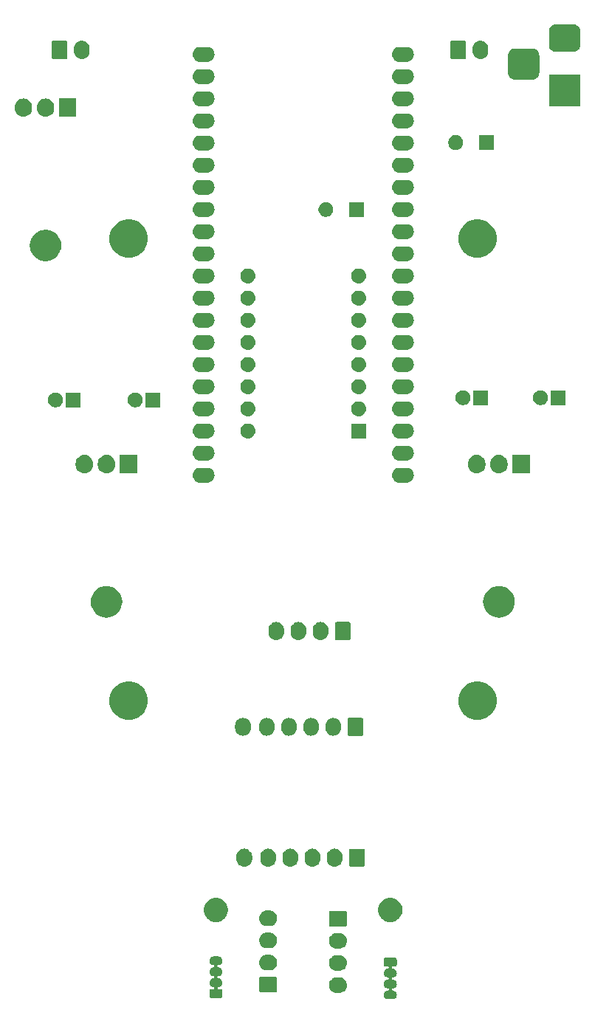
<source format=gbr>
G04 #@! TF.GenerationSoftware,KiCad,Pcbnew,(5.0.1-3-g963ef8bb5)*
G04 #@! TF.CreationDate,2018-11-18T00:16:37+02:00*
G04 #@! TF.ProjectId,volaser,766F6C617365722E6B696361645F7063,rev?*
G04 #@! TF.SameCoordinates,Original*
G04 #@! TF.FileFunction,Soldermask,Top*
G04 #@! TF.FilePolarity,Negative*
%FSLAX46Y46*%
G04 Gerber Fmt 4.6, Leading zero omitted, Abs format (unit mm)*
G04 Created by KiCad (PCBNEW (5.0.1-3-g963ef8bb5)) date Sunday, November 18, 2018 at 12:16:37 AM*
%MOMM*%
%LPD*%
G01*
G04 APERTURE LIST*
%ADD10C,0.100000*%
G04 APERTURE END LIST*
D10*
G36*
X115599560Y-149483205D02*
X115634711Y-149493869D01*
X115667109Y-149511186D01*
X115695508Y-149534492D01*
X115718814Y-149562891D01*
X115736131Y-149595289D01*
X115746795Y-149630440D01*
X115751000Y-149673140D01*
X115751000Y-150286860D01*
X115746795Y-150329560D01*
X115736131Y-150364711D01*
X115718814Y-150397109D01*
X115695508Y-150425508D01*
X115667109Y-150448814D01*
X115634711Y-150466131D01*
X115599560Y-150476795D01*
X115556860Y-150481000D01*
X115301049Y-150481000D01*
X115276663Y-150483402D01*
X115253214Y-150490515D01*
X115231603Y-150502066D01*
X115212661Y-150517612D01*
X115197115Y-150536554D01*
X115185564Y-150558165D01*
X115178451Y-150581614D01*
X115176049Y-150606000D01*
X115178451Y-150630386D01*
X115185564Y-150653835D01*
X115197115Y-150675446D01*
X115212661Y-150694388D01*
X115231603Y-150709934D01*
X115253214Y-150721485D01*
X115288789Y-150730396D01*
X115348213Y-150736249D01*
X115442652Y-150764897D01*
X115529687Y-150811418D01*
X115605975Y-150874025D01*
X115668582Y-150950313D01*
X115715103Y-151037348D01*
X115743751Y-151131787D01*
X115753424Y-151230000D01*
X115743751Y-151328213D01*
X115715103Y-151422652D01*
X115668582Y-151509687D01*
X115605975Y-151585975D01*
X115529687Y-151648582D01*
X115442652Y-151695103D01*
X115348213Y-151723751D01*
X115278633Y-151730604D01*
X115254610Y-151735383D01*
X115231971Y-151744760D01*
X115211596Y-151758374D01*
X115194269Y-151775701D01*
X115180656Y-151796076D01*
X115171278Y-151818715D01*
X115166498Y-151842748D01*
X115166498Y-151867253D01*
X115171279Y-151891286D01*
X115180656Y-151913925D01*
X115194270Y-151934300D01*
X115211597Y-151951627D01*
X115231972Y-151965240D01*
X115254611Y-151974618D01*
X115278633Y-151979396D01*
X115348213Y-151986249D01*
X115442652Y-152014897D01*
X115529687Y-152061418D01*
X115605975Y-152124025D01*
X115668582Y-152200313D01*
X115715103Y-152287348D01*
X115743751Y-152381787D01*
X115753424Y-152480000D01*
X115743751Y-152578213D01*
X115715103Y-152672652D01*
X115668582Y-152759687D01*
X115605975Y-152835975D01*
X115529687Y-152898582D01*
X115442652Y-152945103D01*
X115348213Y-152973751D01*
X115278633Y-152980604D01*
X115254610Y-152985383D01*
X115231971Y-152994760D01*
X115211596Y-153008374D01*
X115194269Y-153025701D01*
X115180656Y-153046076D01*
X115171278Y-153068715D01*
X115166498Y-153092748D01*
X115166498Y-153117253D01*
X115171279Y-153141286D01*
X115180656Y-153163925D01*
X115194270Y-153184300D01*
X115211597Y-153201627D01*
X115231972Y-153215240D01*
X115254611Y-153224618D01*
X115278633Y-153229396D01*
X115348213Y-153236249D01*
X115442652Y-153264897D01*
X115529687Y-153311418D01*
X115605975Y-153374025D01*
X115668582Y-153450313D01*
X115715103Y-153537348D01*
X115743751Y-153631787D01*
X115753424Y-153730000D01*
X115743751Y-153828213D01*
X115715103Y-153922652D01*
X115668582Y-154009687D01*
X115605975Y-154085975D01*
X115529687Y-154148582D01*
X115442652Y-154195103D01*
X115348213Y-154223751D01*
X115274612Y-154231000D01*
X114725388Y-154231000D01*
X114651787Y-154223751D01*
X114557348Y-154195103D01*
X114470313Y-154148582D01*
X114394025Y-154085975D01*
X114331418Y-154009687D01*
X114284897Y-153922652D01*
X114256249Y-153828213D01*
X114246576Y-153730000D01*
X114256249Y-153631787D01*
X114284897Y-153537348D01*
X114331418Y-153450313D01*
X114394025Y-153374025D01*
X114470313Y-153311418D01*
X114557348Y-153264897D01*
X114651787Y-153236249D01*
X114721367Y-153229396D01*
X114745390Y-153224617D01*
X114768029Y-153215240D01*
X114788404Y-153201626D01*
X114805731Y-153184299D01*
X114819344Y-153163924D01*
X114828722Y-153141285D01*
X114833502Y-153117252D01*
X114833502Y-153092747D01*
X114828721Y-153068714D01*
X114819344Y-153046075D01*
X114805730Y-153025700D01*
X114788403Y-153008373D01*
X114768028Y-152994760D01*
X114745389Y-152985382D01*
X114721367Y-152980604D01*
X114651787Y-152973751D01*
X114557348Y-152945103D01*
X114470313Y-152898582D01*
X114394025Y-152835975D01*
X114331418Y-152759687D01*
X114284897Y-152672652D01*
X114256249Y-152578213D01*
X114246576Y-152480000D01*
X114256249Y-152381787D01*
X114284897Y-152287348D01*
X114331418Y-152200313D01*
X114394025Y-152124025D01*
X114470313Y-152061418D01*
X114557348Y-152014897D01*
X114651787Y-151986249D01*
X114721367Y-151979396D01*
X114745390Y-151974617D01*
X114768029Y-151965240D01*
X114788404Y-151951626D01*
X114805731Y-151934299D01*
X114819344Y-151913924D01*
X114828722Y-151891285D01*
X114833502Y-151867252D01*
X114833502Y-151842747D01*
X114828721Y-151818714D01*
X114819344Y-151796075D01*
X114805730Y-151775700D01*
X114788403Y-151758373D01*
X114768028Y-151744760D01*
X114745389Y-151735382D01*
X114721367Y-151730604D01*
X114651787Y-151723751D01*
X114557348Y-151695103D01*
X114470313Y-151648582D01*
X114394025Y-151585975D01*
X114331418Y-151509687D01*
X114284897Y-151422652D01*
X114256249Y-151328213D01*
X114246576Y-151230000D01*
X114256249Y-151131787D01*
X114284897Y-151037348D01*
X114331418Y-150950313D01*
X114394025Y-150874025D01*
X114470313Y-150811418D01*
X114557348Y-150764897D01*
X114651787Y-150736249D01*
X114711214Y-150730396D01*
X114735237Y-150725617D01*
X114757876Y-150716240D01*
X114778251Y-150702626D01*
X114795578Y-150685299D01*
X114809191Y-150664924D01*
X114818569Y-150642285D01*
X114823349Y-150618252D01*
X114823349Y-150593747D01*
X114818568Y-150569714D01*
X114809191Y-150547075D01*
X114795577Y-150526700D01*
X114778250Y-150509373D01*
X114757875Y-150495760D01*
X114735236Y-150486382D01*
X114698951Y-150481000D01*
X114443140Y-150481000D01*
X114400440Y-150476795D01*
X114365289Y-150466131D01*
X114332891Y-150448814D01*
X114304492Y-150425508D01*
X114281186Y-150397109D01*
X114263869Y-150364711D01*
X114253205Y-150329560D01*
X114249000Y-150286860D01*
X114249000Y-149673140D01*
X114253205Y-149630440D01*
X114263869Y-149595289D01*
X114281186Y-149562891D01*
X114304492Y-149534492D01*
X114332891Y-149511186D01*
X114365289Y-149493869D01*
X114400440Y-149483205D01*
X114443140Y-149479000D01*
X115556860Y-149479000D01*
X115599560Y-149483205D01*
X115599560Y-149483205D01*
G37*
G36*
X95348213Y-149332249D02*
X95442652Y-149360897D01*
X95529687Y-149407418D01*
X95605975Y-149470025D01*
X95668582Y-149546313D01*
X95715103Y-149633348D01*
X95743751Y-149727787D01*
X95753424Y-149826000D01*
X95743751Y-149924213D01*
X95715103Y-150018652D01*
X95668582Y-150105687D01*
X95605975Y-150181975D01*
X95529687Y-150244582D01*
X95442652Y-150291103D01*
X95348213Y-150319751D01*
X95278633Y-150326604D01*
X95254610Y-150331383D01*
X95231971Y-150340760D01*
X95211596Y-150354374D01*
X95194269Y-150371701D01*
X95180656Y-150392076D01*
X95171278Y-150414715D01*
X95166498Y-150438748D01*
X95166498Y-150463253D01*
X95171279Y-150487286D01*
X95180656Y-150509925D01*
X95194270Y-150530300D01*
X95211597Y-150547627D01*
X95231972Y-150561240D01*
X95254611Y-150570618D01*
X95278633Y-150575396D01*
X95348213Y-150582249D01*
X95442652Y-150610897D01*
X95529687Y-150657418D01*
X95605975Y-150720025D01*
X95668582Y-150796313D01*
X95715103Y-150883348D01*
X95743751Y-150977787D01*
X95753424Y-151076000D01*
X95743751Y-151174213D01*
X95715103Y-151268652D01*
X95668582Y-151355687D01*
X95605975Y-151431975D01*
X95529687Y-151494582D01*
X95442652Y-151541103D01*
X95348213Y-151569751D01*
X95278633Y-151576604D01*
X95254610Y-151581383D01*
X95231971Y-151590760D01*
X95211596Y-151604374D01*
X95194269Y-151621701D01*
X95180656Y-151642076D01*
X95171278Y-151664715D01*
X95166498Y-151688748D01*
X95166498Y-151713253D01*
X95171279Y-151737286D01*
X95180656Y-151759925D01*
X95194270Y-151780300D01*
X95211597Y-151797627D01*
X95231972Y-151811240D01*
X95254611Y-151820618D01*
X95278633Y-151825396D01*
X95348213Y-151832249D01*
X95442652Y-151860897D01*
X95529687Y-151907418D01*
X95605975Y-151970025D01*
X95668582Y-152046313D01*
X95715103Y-152133348D01*
X95743751Y-152227787D01*
X95753424Y-152326000D01*
X95743751Y-152424213D01*
X95715103Y-152518652D01*
X95668582Y-152605687D01*
X95605975Y-152681975D01*
X95529687Y-152744582D01*
X95442652Y-152791103D01*
X95348213Y-152819751D01*
X95288786Y-152825604D01*
X95264763Y-152830383D01*
X95242124Y-152839760D01*
X95221749Y-152853374D01*
X95204422Y-152870701D01*
X95190809Y-152891076D01*
X95181431Y-152913715D01*
X95176651Y-152937748D01*
X95176651Y-152962253D01*
X95181432Y-152986286D01*
X95190809Y-153008925D01*
X95204423Y-153029300D01*
X95221750Y-153046627D01*
X95242125Y-153060240D01*
X95264764Y-153069618D01*
X95301049Y-153075000D01*
X95556860Y-153075000D01*
X95599560Y-153079205D01*
X95634711Y-153089869D01*
X95667109Y-153107186D01*
X95695508Y-153130492D01*
X95718814Y-153158891D01*
X95736131Y-153191289D01*
X95746795Y-153226440D01*
X95751000Y-153269140D01*
X95751000Y-153882860D01*
X95746795Y-153925560D01*
X95736131Y-153960711D01*
X95718814Y-153993109D01*
X95695508Y-154021508D01*
X95667109Y-154044814D01*
X95634711Y-154062131D01*
X95599560Y-154072795D01*
X95556860Y-154077000D01*
X94443140Y-154077000D01*
X94400440Y-154072795D01*
X94365289Y-154062131D01*
X94332891Y-154044814D01*
X94304492Y-154021508D01*
X94281186Y-153993109D01*
X94263869Y-153960711D01*
X94253205Y-153925560D01*
X94249000Y-153882860D01*
X94249000Y-153269140D01*
X94253205Y-153226440D01*
X94263869Y-153191289D01*
X94281186Y-153158891D01*
X94304492Y-153130492D01*
X94332891Y-153107186D01*
X94365289Y-153089869D01*
X94400440Y-153079205D01*
X94443140Y-153075000D01*
X94698951Y-153075000D01*
X94723337Y-153072598D01*
X94746786Y-153065485D01*
X94768397Y-153053934D01*
X94787339Y-153038388D01*
X94802885Y-153019446D01*
X94814436Y-152997835D01*
X94821549Y-152974386D01*
X94823951Y-152950000D01*
X94821549Y-152925614D01*
X94814436Y-152902165D01*
X94802885Y-152880554D01*
X94787339Y-152861612D01*
X94768397Y-152846066D01*
X94746786Y-152834515D01*
X94711211Y-152825604D01*
X94651787Y-152819751D01*
X94557348Y-152791103D01*
X94470313Y-152744582D01*
X94394025Y-152681975D01*
X94331418Y-152605687D01*
X94284897Y-152518652D01*
X94256249Y-152424213D01*
X94246576Y-152326000D01*
X94256249Y-152227787D01*
X94284897Y-152133348D01*
X94331418Y-152046313D01*
X94394025Y-151970025D01*
X94470313Y-151907418D01*
X94557348Y-151860897D01*
X94651787Y-151832249D01*
X94721367Y-151825396D01*
X94745390Y-151820617D01*
X94768029Y-151811240D01*
X94788404Y-151797626D01*
X94805731Y-151780299D01*
X94819344Y-151759924D01*
X94828722Y-151737285D01*
X94833502Y-151713252D01*
X94833502Y-151688747D01*
X94828721Y-151664714D01*
X94819344Y-151642075D01*
X94805730Y-151621700D01*
X94788403Y-151604373D01*
X94768028Y-151590760D01*
X94745389Y-151581382D01*
X94721367Y-151576604D01*
X94651787Y-151569751D01*
X94557348Y-151541103D01*
X94470313Y-151494582D01*
X94394025Y-151431975D01*
X94331418Y-151355687D01*
X94284897Y-151268652D01*
X94256249Y-151174213D01*
X94246576Y-151076000D01*
X94256249Y-150977787D01*
X94284897Y-150883348D01*
X94331418Y-150796313D01*
X94394025Y-150720025D01*
X94470313Y-150657418D01*
X94557348Y-150610897D01*
X94651787Y-150582249D01*
X94721367Y-150575396D01*
X94745390Y-150570617D01*
X94768029Y-150561240D01*
X94788404Y-150547626D01*
X94805731Y-150530299D01*
X94819344Y-150509924D01*
X94828722Y-150487285D01*
X94833502Y-150463252D01*
X94833502Y-150438747D01*
X94828721Y-150414714D01*
X94819344Y-150392075D01*
X94805730Y-150371700D01*
X94788403Y-150354373D01*
X94768028Y-150340760D01*
X94745389Y-150331382D01*
X94721367Y-150326604D01*
X94651787Y-150319751D01*
X94557348Y-150291103D01*
X94470313Y-150244582D01*
X94394025Y-150181975D01*
X94331418Y-150105687D01*
X94284897Y-150018652D01*
X94256249Y-149924213D01*
X94246576Y-149826000D01*
X94256249Y-149727787D01*
X94284897Y-149633348D01*
X94331418Y-149546313D01*
X94394025Y-149470025D01*
X94470313Y-149407418D01*
X94557348Y-149360897D01*
X94651787Y-149332249D01*
X94725388Y-149325000D01*
X95274612Y-149325000D01*
X95348213Y-149332249D01*
X95348213Y-149332249D01*
G37*
G36*
X109235442Y-151725518D02*
X109301627Y-151732037D01*
X109414853Y-151766384D01*
X109471467Y-151783557D01*
X109580625Y-151841904D01*
X109627991Y-151867222D01*
X109657312Y-151891285D01*
X109765186Y-151979814D01*
X109832157Y-152061420D01*
X109877778Y-152117009D01*
X109877779Y-152117011D01*
X109961443Y-152273533D01*
X109977358Y-152326000D01*
X110012963Y-152443373D01*
X110030359Y-152620000D01*
X110012963Y-152796627D01*
X109997966Y-152846066D01*
X109961443Y-152966467D01*
X109908516Y-153065485D01*
X109877778Y-153122991D01*
X109856950Y-153148370D01*
X109765186Y-153260186D01*
X109694007Y-153318600D01*
X109627991Y-153372778D01*
X109627989Y-153372779D01*
X109471467Y-153456443D01*
X109456444Y-153461000D01*
X109301627Y-153507963D01*
X109235442Y-153514482D01*
X109169260Y-153521000D01*
X108830740Y-153521000D01*
X108764558Y-153514482D01*
X108698373Y-153507963D01*
X108543556Y-153461000D01*
X108528533Y-153456443D01*
X108372011Y-153372779D01*
X108372009Y-153372778D01*
X108305993Y-153318600D01*
X108234814Y-153260186D01*
X108143050Y-153148370D01*
X108122222Y-153122991D01*
X108091484Y-153065485D01*
X108038557Y-152966467D01*
X108002034Y-152846066D01*
X107987037Y-152796627D01*
X107969641Y-152620000D01*
X107987037Y-152443373D01*
X108022642Y-152326000D01*
X108038557Y-152273533D01*
X108122221Y-152117011D01*
X108122222Y-152117009D01*
X108167843Y-152061420D01*
X108234814Y-151979814D01*
X108342688Y-151891285D01*
X108372009Y-151867222D01*
X108419375Y-151841904D01*
X108528533Y-151783557D01*
X108585147Y-151766384D01*
X108698373Y-151732037D01*
X108764558Y-151725518D01*
X108830740Y-151719000D01*
X109169260Y-151719000D01*
X109235442Y-151725518D01*
X109235442Y-151725518D01*
G37*
G36*
X101883600Y-151662989D02*
X101916649Y-151673014D01*
X101947106Y-151689294D01*
X101973799Y-151711201D01*
X101995706Y-151737894D01*
X102011986Y-151768351D01*
X102022011Y-151801400D01*
X102026000Y-151841904D01*
X102026000Y-153278096D01*
X102022011Y-153318600D01*
X102011986Y-153351649D01*
X101995706Y-153382106D01*
X101973799Y-153408799D01*
X101947106Y-153430706D01*
X101916649Y-153446986D01*
X101883600Y-153457011D01*
X101843096Y-153461000D01*
X100156904Y-153461000D01*
X100116400Y-153457011D01*
X100083351Y-153446986D01*
X100052894Y-153430706D01*
X100026201Y-153408799D01*
X100004294Y-153382106D01*
X99988014Y-153351649D01*
X99977989Y-153318600D01*
X99974000Y-153278096D01*
X99974000Y-151841904D01*
X99977989Y-151801400D01*
X99988014Y-151768351D01*
X100004294Y-151737894D01*
X100026201Y-151711201D01*
X100052894Y-151689294D01*
X100083351Y-151673014D01*
X100116400Y-151662989D01*
X100156904Y-151659000D01*
X101843096Y-151659000D01*
X101883600Y-151662989D01*
X101883600Y-151662989D01*
G37*
G36*
X109215527Y-149183557D02*
X109301627Y-149192037D01*
X109414853Y-149226384D01*
X109471467Y-149243557D01*
X109515740Y-149267222D01*
X109627991Y-149327222D01*
X109663729Y-149356552D01*
X109765186Y-149439814D01*
X109842885Y-149534492D01*
X109877778Y-149577009D01*
X109877779Y-149577011D01*
X109961443Y-149733533D01*
X109961443Y-149733534D01*
X110012963Y-149903373D01*
X110030359Y-150080000D01*
X110012963Y-150256627D01*
X109983312Y-150354373D01*
X109961443Y-150426467D01*
X109905943Y-150530299D01*
X109877778Y-150582991D01*
X109858895Y-150606000D01*
X109765186Y-150720186D01*
X109663729Y-150803448D01*
X109627991Y-150832778D01*
X109627989Y-150832779D01*
X109471467Y-150916443D01*
X109456444Y-150921000D01*
X109301627Y-150967963D01*
X109235442Y-150974482D01*
X109169260Y-150981000D01*
X108830740Y-150981000D01*
X108764558Y-150974482D01*
X108698373Y-150967963D01*
X108543556Y-150921000D01*
X108528533Y-150916443D01*
X108372011Y-150832779D01*
X108372009Y-150832778D01*
X108336271Y-150803448D01*
X108234814Y-150720186D01*
X108141105Y-150606000D01*
X108122222Y-150582991D01*
X108094057Y-150530299D01*
X108038557Y-150426467D01*
X108016688Y-150354373D01*
X107987037Y-150256627D01*
X107969641Y-150080000D01*
X107987037Y-149903373D01*
X108038557Y-149733534D01*
X108038557Y-149733533D01*
X108122221Y-149577011D01*
X108122222Y-149577009D01*
X108157115Y-149534492D01*
X108234814Y-149439814D01*
X108336271Y-149356552D01*
X108372009Y-149327222D01*
X108484260Y-149267222D01*
X108528533Y-149243557D01*
X108585147Y-149226384D01*
X108698373Y-149192037D01*
X108784473Y-149183557D01*
X108830740Y-149179000D01*
X109169260Y-149179000D01*
X109215527Y-149183557D01*
X109215527Y-149183557D01*
G37*
G36*
X101235443Y-149125519D02*
X101301627Y-149132037D01*
X101414853Y-149166384D01*
X101471467Y-149183557D01*
X101583717Y-149243557D01*
X101627991Y-149267222D01*
X101663729Y-149296552D01*
X101765186Y-149379814D01*
X101839219Y-149470025D01*
X101877778Y-149517009D01*
X101877779Y-149517011D01*
X101961443Y-149673533D01*
X101961443Y-149673534D01*
X102012963Y-149843373D01*
X102030359Y-150020000D01*
X102012963Y-150196627D01*
X101998416Y-150244582D01*
X101961443Y-150366467D01*
X101900223Y-150481000D01*
X101877778Y-150522991D01*
X101848911Y-150558165D01*
X101765186Y-150660186D01*
X101672500Y-150736250D01*
X101627991Y-150772778D01*
X101627989Y-150772779D01*
X101471467Y-150856443D01*
X101414853Y-150873616D01*
X101301627Y-150907963D01*
X101235442Y-150914482D01*
X101169260Y-150921000D01*
X100830740Y-150921000D01*
X100764558Y-150914482D01*
X100698373Y-150907963D01*
X100585147Y-150873616D01*
X100528533Y-150856443D01*
X100372011Y-150772779D01*
X100372009Y-150772778D01*
X100327500Y-150736250D01*
X100234814Y-150660186D01*
X100151089Y-150558165D01*
X100122222Y-150522991D01*
X100099777Y-150481000D01*
X100038557Y-150366467D01*
X100001584Y-150244582D01*
X99987037Y-150196627D01*
X99969641Y-150020000D01*
X99987037Y-149843373D01*
X100038557Y-149673534D01*
X100038557Y-149673533D01*
X100122221Y-149517011D01*
X100122222Y-149517009D01*
X100160781Y-149470025D01*
X100234814Y-149379814D01*
X100336271Y-149296552D01*
X100372009Y-149267222D01*
X100416283Y-149243557D01*
X100528533Y-149183557D01*
X100585147Y-149166384D01*
X100698373Y-149132037D01*
X100764557Y-149125519D01*
X100830740Y-149119000D01*
X101169260Y-149119000D01*
X101235443Y-149125519D01*
X101235443Y-149125519D01*
G37*
G36*
X109215527Y-146643557D02*
X109301627Y-146652037D01*
X109414853Y-146686384D01*
X109471467Y-146703557D01*
X109515740Y-146727222D01*
X109627991Y-146787222D01*
X109663729Y-146816552D01*
X109765186Y-146899814D01*
X109828537Y-146977009D01*
X109877778Y-147037009D01*
X109877779Y-147037011D01*
X109961443Y-147193533D01*
X109961443Y-147193534D01*
X110012963Y-147363373D01*
X110030359Y-147540000D01*
X110012963Y-147716627D01*
X109979644Y-147826466D01*
X109961443Y-147886467D01*
X109909850Y-147982989D01*
X109877778Y-148042991D01*
X109848448Y-148078729D01*
X109765186Y-148180186D01*
X109663729Y-148263448D01*
X109627991Y-148292778D01*
X109627989Y-148292779D01*
X109471467Y-148376443D01*
X109456444Y-148381000D01*
X109301627Y-148427963D01*
X109235443Y-148434481D01*
X109169260Y-148441000D01*
X108830740Y-148441000D01*
X108764557Y-148434481D01*
X108698373Y-148427963D01*
X108543556Y-148381000D01*
X108528533Y-148376443D01*
X108372011Y-148292779D01*
X108372009Y-148292778D01*
X108336271Y-148263448D01*
X108234814Y-148180186D01*
X108151552Y-148078729D01*
X108122222Y-148042991D01*
X108090150Y-147982989D01*
X108038557Y-147886467D01*
X108020356Y-147826466D01*
X107987037Y-147716627D01*
X107969641Y-147540000D01*
X107987037Y-147363373D01*
X108038557Y-147193534D01*
X108038557Y-147193533D01*
X108122221Y-147037011D01*
X108122222Y-147037009D01*
X108171463Y-146977009D01*
X108234814Y-146899814D01*
X108336271Y-146816552D01*
X108372009Y-146787222D01*
X108484260Y-146727222D01*
X108528533Y-146703557D01*
X108585147Y-146686384D01*
X108698373Y-146652037D01*
X108784473Y-146643557D01*
X108830740Y-146639000D01*
X109169260Y-146639000D01*
X109215527Y-146643557D01*
X109215527Y-146643557D01*
G37*
G36*
X101235443Y-146585519D02*
X101301627Y-146592037D01*
X101414853Y-146626384D01*
X101471467Y-146643557D01*
X101583717Y-146703557D01*
X101627991Y-146727222D01*
X101663729Y-146756552D01*
X101765186Y-146839814D01*
X101848448Y-146941271D01*
X101877778Y-146977009D01*
X101877779Y-146977011D01*
X101961443Y-147133533D01*
X101961443Y-147133534D01*
X102012963Y-147303373D01*
X102030359Y-147480000D01*
X102012963Y-147656627D01*
X101994763Y-147716625D01*
X101961443Y-147826467D01*
X101929372Y-147886466D01*
X101877778Y-147982991D01*
X101848448Y-148018729D01*
X101765186Y-148120186D01*
X101663729Y-148203448D01*
X101627991Y-148232778D01*
X101627989Y-148232779D01*
X101471467Y-148316443D01*
X101414853Y-148333616D01*
X101301627Y-148367963D01*
X101235443Y-148374481D01*
X101169260Y-148381000D01*
X100830740Y-148381000D01*
X100764557Y-148374481D01*
X100698373Y-148367963D01*
X100585147Y-148333616D01*
X100528533Y-148316443D01*
X100372011Y-148232779D01*
X100372009Y-148232778D01*
X100336271Y-148203448D01*
X100234814Y-148120186D01*
X100151552Y-148018729D01*
X100122222Y-147982991D01*
X100070628Y-147886466D01*
X100038557Y-147826467D01*
X100005237Y-147716625D01*
X99987037Y-147656627D01*
X99969641Y-147480000D01*
X99987037Y-147303373D01*
X100038557Y-147133534D01*
X100038557Y-147133533D01*
X100122221Y-146977011D01*
X100122222Y-146977009D01*
X100151552Y-146941271D01*
X100234814Y-146839814D01*
X100336271Y-146756552D01*
X100372009Y-146727222D01*
X100416283Y-146703557D01*
X100528533Y-146643557D01*
X100585147Y-146626384D01*
X100698373Y-146592037D01*
X100764557Y-146585519D01*
X100830740Y-146579000D01*
X101169260Y-146579000D01*
X101235443Y-146585519D01*
X101235443Y-146585519D01*
G37*
G36*
X109883600Y-144102989D02*
X109916649Y-144113014D01*
X109947106Y-144129294D01*
X109973799Y-144151201D01*
X109995706Y-144177894D01*
X110011986Y-144208351D01*
X110022011Y-144241400D01*
X110026000Y-144281904D01*
X110026000Y-145718096D01*
X110022011Y-145758600D01*
X110011986Y-145791649D01*
X109995706Y-145822106D01*
X109973799Y-145848799D01*
X109947106Y-145870706D01*
X109916649Y-145886986D01*
X109883600Y-145897011D01*
X109843096Y-145901000D01*
X108156904Y-145901000D01*
X108116400Y-145897011D01*
X108083351Y-145886986D01*
X108052894Y-145870706D01*
X108026201Y-145848799D01*
X108004294Y-145822106D01*
X107988014Y-145791649D01*
X107977989Y-145758600D01*
X107974000Y-145718096D01*
X107974000Y-144281904D01*
X107977989Y-144241400D01*
X107988014Y-144208351D01*
X108004294Y-144177894D01*
X108026201Y-144151201D01*
X108052894Y-144129294D01*
X108083351Y-144113014D01*
X108116400Y-144102989D01*
X108156904Y-144099000D01*
X109843096Y-144099000D01*
X109883600Y-144102989D01*
X109883600Y-144102989D01*
G37*
G36*
X101235443Y-144045519D02*
X101301627Y-144052037D01*
X101414853Y-144086384D01*
X101471467Y-144103557D01*
X101546495Y-144143661D01*
X101627991Y-144187222D01*
X101663729Y-144216552D01*
X101765186Y-144299814D01*
X101817861Y-144364000D01*
X101877778Y-144437009D01*
X101877779Y-144437011D01*
X101961443Y-144593533D01*
X101961443Y-144593534D01*
X102012963Y-144763373D01*
X102030359Y-144940000D01*
X102012963Y-145116627D01*
X101978616Y-145229853D01*
X101961443Y-145286467D01*
X101929001Y-145347161D01*
X101877778Y-145442991D01*
X101848448Y-145478729D01*
X101765186Y-145580186D01*
X101697175Y-145636000D01*
X101627991Y-145692778D01*
X101627989Y-145692779D01*
X101471467Y-145776443D01*
X101414853Y-145793616D01*
X101301627Y-145827963D01*
X101235443Y-145834481D01*
X101169260Y-145841000D01*
X100830740Y-145841000D01*
X100764557Y-145834481D01*
X100698373Y-145827963D01*
X100585147Y-145793616D01*
X100528533Y-145776443D01*
X100372011Y-145692779D01*
X100372009Y-145692778D01*
X100302825Y-145636000D01*
X100234814Y-145580186D01*
X100151552Y-145478729D01*
X100122222Y-145442991D01*
X100070999Y-145347161D01*
X100038557Y-145286467D01*
X100021384Y-145229853D01*
X99987037Y-145116627D01*
X99969641Y-144940000D01*
X99987037Y-144763373D01*
X100038557Y-144593534D01*
X100038557Y-144593533D01*
X100122221Y-144437011D01*
X100122222Y-144437009D01*
X100182139Y-144364000D01*
X100234814Y-144299814D01*
X100336271Y-144216552D01*
X100372009Y-144187222D01*
X100453505Y-144143661D01*
X100528533Y-144103557D01*
X100585147Y-144086384D01*
X100698373Y-144052037D01*
X100764557Y-144045519D01*
X100830740Y-144039000D01*
X101169260Y-144039000D01*
X101235443Y-144045519D01*
X101235443Y-144045519D01*
G37*
G36*
X115318433Y-142634893D02*
X115408657Y-142652839D01*
X115514267Y-142696585D01*
X115663621Y-142758449D01*
X115893089Y-142911774D01*
X116088226Y-143106911D01*
X116241551Y-143336379D01*
X116347161Y-143591344D01*
X116401000Y-143862012D01*
X116401000Y-144137988D01*
X116347161Y-144408656D01*
X116241551Y-144663621D01*
X116088226Y-144893089D01*
X115893089Y-145088226D01*
X115663621Y-145241551D01*
X115555184Y-145286467D01*
X115408657Y-145347161D01*
X115318433Y-145365107D01*
X115137988Y-145401000D01*
X114862012Y-145401000D01*
X114681567Y-145365107D01*
X114591343Y-145347161D01*
X114444816Y-145286467D01*
X114336379Y-145241551D01*
X114106911Y-145088226D01*
X113911774Y-144893089D01*
X113758449Y-144663621D01*
X113652839Y-144408656D01*
X113599000Y-144137988D01*
X113599000Y-143862012D01*
X113652839Y-143591344D01*
X113758449Y-143336379D01*
X113911774Y-143106911D01*
X114106911Y-142911774D01*
X114336379Y-142758449D01*
X114485733Y-142696585D01*
X114591343Y-142652839D01*
X114681567Y-142634893D01*
X114862012Y-142599000D01*
X115137988Y-142599000D01*
X115318433Y-142634893D01*
X115318433Y-142634893D01*
G37*
G36*
X95318433Y-142634893D02*
X95408657Y-142652839D01*
X95514267Y-142696585D01*
X95663621Y-142758449D01*
X95893089Y-142911774D01*
X96088226Y-143106911D01*
X96241551Y-143336379D01*
X96347161Y-143591344D01*
X96401000Y-143862012D01*
X96401000Y-144137988D01*
X96347161Y-144408656D01*
X96241551Y-144663621D01*
X96088226Y-144893089D01*
X95893089Y-145088226D01*
X95663621Y-145241551D01*
X95555184Y-145286467D01*
X95408657Y-145347161D01*
X95318433Y-145365107D01*
X95137988Y-145401000D01*
X94862012Y-145401000D01*
X94681567Y-145365107D01*
X94591343Y-145347161D01*
X94444816Y-145286467D01*
X94336379Y-145241551D01*
X94106911Y-145088226D01*
X93911774Y-144893089D01*
X93758449Y-144663621D01*
X93652839Y-144408656D01*
X93599000Y-144137988D01*
X93599000Y-143862012D01*
X93652839Y-143591344D01*
X93758449Y-143336379D01*
X93911774Y-143106911D01*
X94106911Y-142911774D01*
X94336379Y-142758449D01*
X94485733Y-142696585D01*
X94591343Y-142652839D01*
X94681567Y-142634893D01*
X94862012Y-142599000D01*
X95137988Y-142599000D01*
X95318433Y-142634893D01*
X95318433Y-142634893D01*
G37*
G36*
X103716627Y-136987037D02*
X103829853Y-137021384D01*
X103886467Y-137038557D01*
X104025087Y-137112652D01*
X104042991Y-137122222D01*
X104078729Y-137151552D01*
X104180186Y-137234814D01*
X104263448Y-137336271D01*
X104292778Y-137372009D01*
X104376443Y-137528534D01*
X104427963Y-137698374D01*
X104441000Y-137830743D01*
X104441000Y-138169258D01*
X104427963Y-138301627D01*
X104393616Y-138414853D01*
X104376443Y-138471467D01*
X104302348Y-138610087D01*
X104292778Y-138627991D01*
X104263448Y-138663729D01*
X104180186Y-138765186D01*
X104042989Y-138877779D01*
X103886466Y-138961443D01*
X103845733Y-138973799D01*
X103716626Y-139012963D01*
X103540000Y-139030359D01*
X103363373Y-139012963D01*
X103234266Y-138973799D01*
X103193533Y-138961443D01*
X103037011Y-138877779D01*
X103037009Y-138877778D01*
X102994749Y-138843096D01*
X102899814Y-138765186D01*
X102787221Y-138627989D01*
X102703557Y-138471466D01*
X102686384Y-138414852D01*
X102652037Y-138301626D01*
X102639000Y-138169257D01*
X102639000Y-137830742D01*
X102652037Y-137698373D01*
X102703557Y-137528534D01*
X102703557Y-137528533D01*
X102787222Y-137372008D01*
X102899812Y-137234817D01*
X102994750Y-137156904D01*
X103037010Y-137122222D01*
X103054914Y-137112652D01*
X103193534Y-137038557D01*
X103250148Y-137021384D01*
X103363374Y-136987037D01*
X103540000Y-136969641D01*
X103716627Y-136987037D01*
X103716627Y-136987037D01*
G37*
G36*
X98436627Y-136987037D02*
X98549853Y-137021384D01*
X98606467Y-137038557D01*
X98745087Y-137112652D01*
X98762991Y-137122222D01*
X98798729Y-137151552D01*
X98900186Y-137234814D01*
X98983448Y-137336271D01*
X99012778Y-137372009D01*
X99096443Y-137528534D01*
X99147963Y-137698374D01*
X99161000Y-137830743D01*
X99161000Y-138169258D01*
X99147963Y-138301627D01*
X99113616Y-138414853D01*
X99096443Y-138471467D01*
X99022348Y-138610087D01*
X99012778Y-138627991D01*
X98983448Y-138663729D01*
X98900186Y-138765186D01*
X98762989Y-138877779D01*
X98606466Y-138961443D01*
X98565733Y-138973799D01*
X98436626Y-139012963D01*
X98260000Y-139030359D01*
X98083373Y-139012963D01*
X97954266Y-138973799D01*
X97913533Y-138961443D01*
X97757011Y-138877779D01*
X97757009Y-138877778D01*
X97714749Y-138843096D01*
X97619814Y-138765186D01*
X97507221Y-138627989D01*
X97423557Y-138471466D01*
X97406384Y-138414852D01*
X97372037Y-138301626D01*
X97359000Y-138169257D01*
X97359000Y-137830742D01*
X97372037Y-137698373D01*
X97423557Y-137528534D01*
X97423557Y-137528533D01*
X97507222Y-137372008D01*
X97619812Y-137234817D01*
X97714750Y-137156904D01*
X97757010Y-137122222D01*
X97774914Y-137112652D01*
X97913534Y-137038557D01*
X97970148Y-137021384D01*
X98083374Y-136987037D01*
X98260000Y-136969641D01*
X98436627Y-136987037D01*
X98436627Y-136987037D01*
G37*
G36*
X101176627Y-136987037D02*
X101289853Y-137021384D01*
X101346467Y-137038557D01*
X101485087Y-137112652D01*
X101502991Y-137122222D01*
X101538729Y-137151552D01*
X101640186Y-137234814D01*
X101723448Y-137336271D01*
X101752778Y-137372009D01*
X101836443Y-137528534D01*
X101887963Y-137698374D01*
X101901000Y-137830743D01*
X101901000Y-138169258D01*
X101887963Y-138301627D01*
X101853616Y-138414853D01*
X101836443Y-138471467D01*
X101762348Y-138610087D01*
X101752778Y-138627991D01*
X101723448Y-138663729D01*
X101640186Y-138765186D01*
X101502989Y-138877779D01*
X101346466Y-138961443D01*
X101305733Y-138973799D01*
X101176626Y-139012963D01*
X101000000Y-139030359D01*
X100823373Y-139012963D01*
X100694266Y-138973799D01*
X100653533Y-138961443D01*
X100497011Y-138877779D01*
X100497009Y-138877778D01*
X100454749Y-138843096D01*
X100359814Y-138765186D01*
X100247221Y-138627989D01*
X100163557Y-138471466D01*
X100146384Y-138414852D01*
X100112037Y-138301626D01*
X100099000Y-138169257D01*
X100099000Y-137830742D01*
X100112037Y-137698373D01*
X100163557Y-137528534D01*
X100163557Y-137528533D01*
X100247222Y-137372008D01*
X100359812Y-137234817D01*
X100454750Y-137156904D01*
X100497010Y-137122222D01*
X100514914Y-137112652D01*
X100653534Y-137038557D01*
X100710148Y-137021384D01*
X100823374Y-136987037D01*
X101000000Y-136969641D01*
X101176627Y-136987037D01*
X101176627Y-136987037D01*
G37*
G36*
X106256627Y-136987037D02*
X106369853Y-137021384D01*
X106426467Y-137038557D01*
X106565087Y-137112652D01*
X106582991Y-137122222D01*
X106618729Y-137151552D01*
X106720186Y-137234814D01*
X106803448Y-137336271D01*
X106832778Y-137372009D01*
X106916443Y-137528534D01*
X106967963Y-137698374D01*
X106981000Y-137830743D01*
X106981000Y-138169258D01*
X106967963Y-138301627D01*
X106933616Y-138414853D01*
X106916443Y-138471467D01*
X106842348Y-138610087D01*
X106832778Y-138627991D01*
X106803448Y-138663729D01*
X106720186Y-138765186D01*
X106582989Y-138877779D01*
X106426466Y-138961443D01*
X106385733Y-138973799D01*
X106256626Y-139012963D01*
X106080000Y-139030359D01*
X105903373Y-139012963D01*
X105774266Y-138973799D01*
X105733533Y-138961443D01*
X105577011Y-138877779D01*
X105577009Y-138877778D01*
X105534749Y-138843096D01*
X105439814Y-138765186D01*
X105327221Y-138627989D01*
X105243557Y-138471466D01*
X105226384Y-138414852D01*
X105192037Y-138301626D01*
X105179000Y-138169257D01*
X105179000Y-137830742D01*
X105192037Y-137698373D01*
X105243557Y-137528534D01*
X105243557Y-137528533D01*
X105327222Y-137372008D01*
X105439812Y-137234817D01*
X105534750Y-137156904D01*
X105577010Y-137122222D01*
X105594914Y-137112652D01*
X105733534Y-137038557D01*
X105790148Y-137021384D01*
X105903374Y-136987037D01*
X106080000Y-136969641D01*
X106256627Y-136987037D01*
X106256627Y-136987037D01*
G37*
G36*
X108796627Y-136987037D02*
X108909853Y-137021384D01*
X108966467Y-137038557D01*
X109105087Y-137112652D01*
X109122991Y-137122222D01*
X109158729Y-137151552D01*
X109260186Y-137234814D01*
X109343448Y-137336271D01*
X109372778Y-137372009D01*
X109456443Y-137528534D01*
X109507963Y-137698374D01*
X109521000Y-137830743D01*
X109521000Y-138169258D01*
X109507963Y-138301627D01*
X109473616Y-138414853D01*
X109456443Y-138471467D01*
X109382348Y-138610087D01*
X109372778Y-138627991D01*
X109343448Y-138663729D01*
X109260186Y-138765186D01*
X109122989Y-138877779D01*
X108966466Y-138961443D01*
X108925733Y-138973799D01*
X108796626Y-139012963D01*
X108620000Y-139030359D01*
X108443373Y-139012963D01*
X108314266Y-138973799D01*
X108273533Y-138961443D01*
X108117011Y-138877779D01*
X108117009Y-138877778D01*
X108074749Y-138843096D01*
X107979814Y-138765186D01*
X107867221Y-138627989D01*
X107783557Y-138471466D01*
X107766384Y-138414852D01*
X107732037Y-138301626D01*
X107719000Y-138169257D01*
X107719000Y-137830742D01*
X107732037Y-137698373D01*
X107783557Y-137528534D01*
X107783557Y-137528533D01*
X107867222Y-137372008D01*
X107979812Y-137234817D01*
X108074750Y-137156904D01*
X108117010Y-137122222D01*
X108134914Y-137112652D01*
X108273534Y-137038557D01*
X108330148Y-137021384D01*
X108443374Y-136987037D01*
X108620000Y-136969641D01*
X108796627Y-136987037D01*
X108796627Y-136987037D01*
G37*
G36*
X111918600Y-136977989D02*
X111951649Y-136988014D01*
X111982106Y-137004294D01*
X112008799Y-137026201D01*
X112030706Y-137052894D01*
X112046986Y-137083351D01*
X112057011Y-137116400D01*
X112061000Y-137156904D01*
X112061000Y-138843096D01*
X112057011Y-138883600D01*
X112046986Y-138916649D01*
X112030706Y-138947106D01*
X112008799Y-138973799D01*
X111982106Y-138995706D01*
X111951649Y-139011986D01*
X111918600Y-139022011D01*
X111878096Y-139026000D01*
X110441904Y-139026000D01*
X110401400Y-139022011D01*
X110368351Y-139011986D01*
X110337894Y-138995706D01*
X110311201Y-138973799D01*
X110289294Y-138947106D01*
X110273014Y-138916649D01*
X110262989Y-138883600D01*
X110259000Y-138843096D01*
X110259000Y-137156904D01*
X110262989Y-137116400D01*
X110273014Y-137083351D01*
X110289294Y-137052894D01*
X110311201Y-137026201D01*
X110337894Y-137004294D01*
X110368351Y-136988014D01*
X110401400Y-136977989D01*
X110441904Y-136974000D01*
X111878096Y-136974000D01*
X111918600Y-136977989D01*
X111918600Y-136977989D01*
G37*
G36*
X108636627Y-121987037D02*
X108749853Y-122021384D01*
X108806467Y-122038557D01*
X108945087Y-122112652D01*
X108962991Y-122122222D01*
X108998729Y-122151552D01*
X109100186Y-122234814D01*
X109183448Y-122336271D01*
X109212778Y-122372009D01*
X109296443Y-122528534D01*
X109347963Y-122698374D01*
X109361000Y-122830743D01*
X109361000Y-123169258D01*
X109347963Y-123301627D01*
X109313616Y-123414853D01*
X109296443Y-123471467D01*
X109222348Y-123610087D01*
X109212778Y-123627991D01*
X109183448Y-123663729D01*
X109100186Y-123765186D01*
X108962989Y-123877779D01*
X108806466Y-123961443D01*
X108765733Y-123973799D01*
X108636626Y-124012963D01*
X108460000Y-124030359D01*
X108283373Y-124012963D01*
X108154266Y-123973799D01*
X108113533Y-123961443D01*
X107957011Y-123877779D01*
X107957009Y-123877778D01*
X107914749Y-123843096D01*
X107819814Y-123765186D01*
X107707221Y-123627989D01*
X107623557Y-123471466D01*
X107606384Y-123414852D01*
X107572037Y-123301626D01*
X107559000Y-123169257D01*
X107559000Y-122830742D01*
X107572037Y-122698373D01*
X107623557Y-122528534D01*
X107623557Y-122528533D01*
X107707222Y-122372008D01*
X107819812Y-122234817D01*
X107914750Y-122156904D01*
X107957010Y-122122222D01*
X107974914Y-122112652D01*
X108113534Y-122038557D01*
X108170148Y-122021384D01*
X108283374Y-121987037D01*
X108460000Y-121969641D01*
X108636627Y-121987037D01*
X108636627Y-121987037D01*
G37*
G36*
X106096627Y-121987037D02*
X106209853Y-122021384D01*
X106266467Y-122038557D01*
X106405087Y-122112652D01*
X106422991Y-122122222D01*
X106458729Y-122151552D01*
X106560186Y-122234814D01*
X106643448Y-122336271D01*
X106672778Y-122372009D01*
X106756443Y-122528534D01*
X106807963Y-122698374D01*
X106821000Y-122830743D01*
X106821000Y-123169258D01*
X106807963Y-123301627D01*
X106773616Y-123414853D01*
X106756443Y-123471467D01*
X106682348Y-123610087D01*
X106672778Y-123627991D01*
X106643448Y-123663729D01*
X106560186Y-123765186D01*
X106422989Y-123877779D01*
X106266466Y-123961443D01*
X106225733Y-123973799D01*
X106096626Y-124012963D01*
X105920000Y-124030359D01*
X105743373Y-124012963D01*
X105614266Y-123973799D01*
X105573533Y-123961443D01*
X105417011Y-123877779D01*
X105417009Y-123877778D01*
X105374749Y-123843096D01*
X105279814Y-123765186D01*
X105167221Y-123627989D01*
X105083557Y-123471466D01*
X105066384Y-123414852D01*
X105032037Y-123301626D01*
X105019000Y-123169257D01*
X105019000Y-122830742D01*
X105032037Y-122698373D01*
X105083557Y-122528534D01*
X105083557Y-122528533D01*
X105167222Y-122372008D01*
X105279812Y-122234817D01*
X105374750Y-122156904D01*
X105417010Y-122122222D01*
X105434914Y-122112652D01*
X105573534Y-122038557D01*
X105630148Y-122021384D01*
X105743374Y-121987037D01*
X105920000Y-121969641D01*
X106096627Y-121987037D01*
X106096627Y-121987037D01*
G37*
G36*
X101016627Y-121987037D02*
X101129853Y-122021384D01*
X101186467Y-122038557D01*
X101325087Y-122112652D01*
X101342991Y-122122222D01*
X101378729Y-122151552D01*
X101480186Y-122234814D01*
X101563448Y-122336271D01*
X101592778Y-122372009D01*
X101676443Y-122528534D01*
X101727963Y-122698374D01*
X101741000Y-122830743D01*
X101741000Y-123169258D01*
X101727963Y-123301627D01*
X101693616Y-123414853D01*
X101676443Y-123471467D01*
X101602348Y-123610087D01*
X101592778Y-123627991D01*
X101563448Y-123663729D01*
X101480186Y-123765186D01*
X101342989Y-123877779D01*
X101186466Y-123961443D01*
X101145733Y-123973799D01*
X101016626Y-124012963D01*
X100840000Y-124030359D01*
X100663373Y-124012963D01*
X100534266Y-123973799D01*
X100493533Y-123961443D01*
X100337011Y-123877779D01*
X100337009Y-123877778D01*
X100294749Y-123843096D01*
X100199814Y-123765186D01*
X100087221Y-123627989D01*
X100003557Y-123471466D01*
X99986384Y-123414852D01*
X99952037Y-123301626D01*
X99939000Y-123169257D01*
X99939000Y-122830742D01*
X99952037Y-122698373D01*
X100003557Y-122528534D01*
X100003557Y-122528533D01*
X100087222Y-122372008D01*
X100199812Y-122234817D01*
X100294750Y-122156904D01*
X100337010Y-122122222D01*
X100354914Y-122112652D01*
X100493534Y-122038557D01*
X100550148Y-122021384D01*
X100663374Y-121987037D01*
X100840000Y-121969641D01*
X101016627Y-121987037D01*
X101016627Y-121987037D01*
G37*
G36*
X98276627Y-121987037D02*
X98389853Y-122021384D01*
X98446467Y-122038557D01*
X98585087Y-122112652D01*
X98602991Y-122122222D01*
X98638729Y-122151552D01*
X98740186Y-122234814D01*
X98823448Y-122336271D01*
X98852778Y-122372009D01*
X98936443Y-122528534D01*
X98987963Y-122698374D01*
X99001000Y-122830743D01*
X99001000Y-123169258D01*
X98987963Y-123301627D01*
X98953616Y-123414853D01*
X98936443Y-123471467D01*
X98862348Y-123610087D01*
X98852778Y-123627991D01*
X98823448Y-123663729D01*
X98740186Y-123765186D01*
X98602989Y-123877779D01*
X98446466Y-123961443D01*
X98405733Y-123973799D01*
X98276626Y-124012963D01*
X98100000Y-124030359D01*
X97923373Y-124012963D01*
X97794266Y-123973799D01*
X97753533Y-123961443D01*
X97597011Y-123877779D01*
X97597009Y-123877778D01*
X97554749Y-123843096D01*
X97459814Y-123765186D01*
X97347221Y-123627989D01*
X97263557Y-123471466D01*
X97246384Y-123414852D01*
X97212037Y-123301626D01*
X97199000Y-123169257D01*
X97199000Y-122830742D01*
X97212037Y-122698373D01*
X97263557Y-122528534D01*
X97263557Y-122528533D01*
X97347222Y-122372008D01*
X97459812Y-122234817D01*
X97554750Y-122156904D01*
X97597010Y-122122222D01*
X97614914Y-122112652D01*
X97753534Y-122038557D01*
X97810148Y-122021384D01*
X97923374Y-121987037D01*
X98100000Y-121969641D01*
X98276627Y-121987037D01*
X98276627Y-121987037D01*
G37*
G36*
X103556627Y-121987037D02*
X103669853Y-122021384D01*
X103726467Y-122038557D01*
X103865087Y-122112652D01*
X103882991Y-122122222D01*
X103918729Y-122151552D01*
X104020186Y-122234814D01*
X104103448Y-122336271D01*
X104132778Y-122372009D01*
X104216443Y-122528534D01*
X104267963Y-122698374D01*
X104281000Y-122830743D01*
X104281000Y-123169258D01*
X104267963Y-123301627D01*
X104233616Y-123414853D01*
X104216443Y-123471467D01*
X104142348Y-123610087D01*
X104132778Y-123627991D01*
X104103448Y-123663729D01*
X104020186Y-123765186D01*
X103882989Y-123877779D01*
X103726466Y-123961443D01*
X103685733Y-123973799D01*
X103556626Y-124012963D01*
X103380000Y-124030359D01*
X103203373Y-124012963D01*
X103074266Y-123973799D01*
X103033533Y-123961443D01*
X102877011Y-123877779D01*
X102877009Y-123877778D01*
X102834749Y-123843096D01*
X102739814Y-123765186D01*
X102627221Y-123627989D01*
X102543557Y-123471466D01*
X102526384Y-123414852D01*
X102492037Y-123301626D01*
X102479000Y-123169257D01*
X102479000Y-122830742D01*
X102492037Y-122698373D01*
X102543557Y-122528534D01*
X102543557Y-122528533D01*
X102627222Y-122372008D01*
X102739812Y-122234817D01*
X102834750Y-122156904D01*
X102877010Y-122122222D01*
X102894914Y-122112652D01*
X103033534Y-122038557D01*
X103090148Y-122021384D01*
X103203374Y-121987037D01*
X103380000Y-121969641D01*
X103556627Y-121987037D01*
X103556627Y-121987037D01*
G37*
G36*
X111758600Y-121977989D02*
X111791649Y-121988014D01*
X111822106Y-122004294D01*
X111848799Y-122026201D01*
X111870706Y-122052894D01*
X111886986Y-122083351D01*
X111897011Y-122116400D01*
X111901000Y-122156904D01*
X111901000Y-123843096D01*
X111897011Y-123883600D01*
X111886986Y-123916649D01*
X111870706Y-123947106D01*
X111848799Y-123973799D01*
X111822106Y-123995706D01*
X111791649Y-124011986D01*
X111758600Y-124022011D01*
X111718096Y-124026000D01*
X110281904Y-124026000D01*
X110241400Y-124022011D01*
X110208351Y-124011986D01*
X110177894Y-123995706D01*
X110151201Y-123973799D01*
X110129294Y-123947106D01*
X110113014Y-123916649D01*
X110102989Y-123883600D01*
X110099000Y-123843096D01*
X110099000Y-122156904D01*
X110102989Y-122116400D01*
X110113014Y-122083351D01*
X110129294Y-122052894D01*
X110151201Y-122026201D01*
X110177894Y-122004294D01*
X110208351Y-121988014D01*
X110241400Y-121977989D01*
X110281904Y-121974000D01*
X111718096Y-121974000D01*
X111758600Y-121977989D01*
X111758600Y-121977989D01*
G37*
G36*
X85642006Y-117883582D02*
X86042565Y-118049499D01*
X86403059Y-118290373D01*
X86709627Y-118596941D01*
X86950501Y-118957435D01*
X87116418Y-119357994D01*
X87201000Y-119783219D01*
X87201000Y-120216781D01*
X87116418Y-120642006D01*
X86950501Y-121042565D01*
X86709627Y-121403059D01*
X86403059Y-121709627D01*
X86042565Y-121950501D01*
X85642006Y-122116418D01*
X85216781Y-122201000D01*
X84783219Y-122201000D01*
X84357994Y-122116418D01*
X83957435Y-121950501D01*
X83596941Y-121709627D01*
X83290373Y-121403059D01*
X83049499Y-121042565D01*
X82883582Y-120642006D01*
X82799000Y-120216781D01*
X82799000Y-119783219D01*
X82883582Y-119357994D01*
X83049499Y-118957435D01*
X83290373Y-118596941D01*
X83596941Y-118290373D01*
X83957435Y-118049499D01*
X84357994Y-117883582D01*
X84783219Y-117799000D01*
X85216781Y-117799000D01*
X85642006Y-117883582D01*
X85642006Y-117883582D01*
G37*
G36*
X125642006Y-117883582D02*
X126042565Y-118049499D01*
X126403059Y-118290373D01*
X126709627Y-118596941D01*
X126950501Y-118957435D01*
X127116418Y-119357994D01*
X127201000Y-119783219D01*
X127201000Y-120216781D01*
X127116418Y-120642006D01*
X126950501Y-121042565D01*
X126709627Y-121403059D01*
X126403059Y-121709627D01*
X126042565Y-121950501D01*
X125642006Y-122116418D01*
X125216781Y-122201000D01*
X124783219Y-122201000D01*
X124357994Y-122116418D01*
X123957435Y-121950501D01*
X123596941Y-121709627D01*
X123290373Y-121403059D01*
X123049499Y-121042565D01*
X122883582Y-120642006D01*
X122799000Y-120216781D01*
X122799000Y-119783219D01*
X122883582Y-119357994D01*
X123049499Y-118957435D01*
X123290373Y-118596941D01*
X123596941Y-118290373D01*
X123957435Y-118049499D01*
X124357994Y-117883582D01*
X124783219Y-117799000D01*
X125216781Y-117799000D01*
X125642006Y-117883582D01*
X125642006Y-117883582D01*
G37*
G36*
X102096626Y-110987037D02*
X102209852Y-111021384D01*
X102266466Y-111038557D01*
X102422989Y-111122221D01*
X102560186Y-111234814D01*
X102643448Y-111336271D01*
X102672778Y-111372009D01*
X102672779Y-111372011D01*
X102756443Y-111528533D01*
X102773616Y-111585147D01*
X102807963Y-111698373D01*
X102821000Y-111830742D01*
X102821000Y-112169257D01*
X102807963Y-112301626D01*
X102756443Y-112471466D01*
X102672778Y-112627991D01*
X102672777Y-112627992D01*
X102560186Y-112765186D01*
X102465251Y-112843096D01*
X102422991Y-112877778D01*
X102422989Y-112877779D01*
X102266467Y-112961443D01*
X102225734Y-112973799D01*
X102096627Y-113012963D01*
X101920000Y-113030359D01*
X101743374Y-113012963D01*
X101614267Y-112973799D01*
X101573534Y-112961443D01*
X101417012Y-112877779D01*
X101417010Y-112877778D01*
X101279816Y-112765186D01*
X101279812Y-112765183D01*
X101167222Y-112627992D01*
X101083557Y-112471467D01*
X101066384Y-112414853D01*
X101032037Y-112301627D01*
X101019000Y-112169258D01*
X101019000Y-111830743D01*
X101032037Y-111698374D01*
X101083557Y-111528535D01*
X101083557Y-111528534D01*
X101167221Y-111372011D01*
X101279814Y-111234814D01*
X101381271Y-111151552D01*
X101417009Y-111122222D01*
X101434913Y-111112652D01*
X101573533Y-111038557D01*
X101630147Y-111021384D01*
X101743373Y-110987037D01*
X101920000Y-110969641D01*
X102096626Y-110987037D01*
X102096626Y-110987037D01*
G37*
G36*
X104636627Y-110987037D02*
X104749853Y-111021384D01*
X104806467Y-111038557D01*
X104945087Y-111112652D01*
X104962991Y-111122222D01*
X104998729Y-111151552D01*
X105100186Y-111234814D01*
X105183448Y-111336271D01*
X105212778Y-111372009D01*
X105296443Y-111528534D01*
X105347963Y-111698374D01*
X105361000Y-111830743D01*
X105361000Y-112169258D01*
X105347963Y-112301627D01*
X105313616Y-112414853D01*
X105296443Y-112471467D01*
X105222348Y-112610087D01*
X105212778Y-112627991D01*
X105212777Y-112627992D01*
X105100186Y-112765186D01*
X104962989Y-112877779D01*
X104806466Y-112961443D01*
X104765733Y-112973799D01*
X104636626Y-113012963D01*
X104460000Y-113030359D01*
X104283373Y-113012963D01*
X104154266Y-112973799D01*
X104113533Y-112961443D01*
X103957011Y-112877779D01*
X103957009Y-112877778D01*
X103914749Y-112843096D01*
X103819814Y-112765186D01*
X103707221Y-112627989D01*
X103623557Y-112471466D01*
X103606384Y-112414852D01*
X103572037Y-112301626D01*
X103559000Y-112169257D01*
X103559000Y-111830742D01*
X103572037Y-111698373D01*
X103606384Y-111585147D01*
X103623557Y-111528533D01*
X103707222Y-111372008D01*
X103819812Y-111234817D01*
X103914750Y-111156904D01*
X103957010Y-111122222D01*
X103974914Y-111112652D01*
X104113534Y-111038557D01*
X104170148Y-111021384D01*
X104283374Y-110987037D01*
X104460000Y-110969641D01*
X104636627Y-110987037D01*
X104636627Y-110987037D01*
G37*
G36*
X107176627Y-110987037D02*
X107289853Y-111021384D01*
X107346467Y-111038557D01*
X107485087Y-111112652D01*
X107502991Y-111122222D01*
X107538729Y-111151552D01*
X107640186Y-111234814D01*
X107723448Y-111336271D01*
X107752778Y-111372009D01*
X107836443Y-111528534D01*
X107887963Y-111698374D01*
X107901000Y-111830743D01*
X107901000Y-112169258D01*
X107887963Y-112301627D01*
X107853616Y-112414853D01*
X107836443Y-112471467D01*
X107762348Y-112610087D01*
X107752778Y-112627991D01*
X107752777Y-112627992D01*
X107640186Y-112765186D01*
X107502989Y-112877779D01*
X107346466Y-112961443D01*
X107305733Y-112973799D01*
X107176626Y-113012963D01*
X107000000Y-113030359D01*
X106823373Y-113012963D01*
X106694266Y-112973799D01*
X106653533Y-112961443D01*
X106497011Y-112877779D01*
X106497009Y-112877778D01*
X106454749Y-112843096D01*
X106359814Y-112765186D01*
X106247221Y-112627989D01*
X106163557Y-112471466D01*
X106146384Y-112414852D01*
X106112037Y-112301626D01*
X106099000Y-112169257D01*
X106099000Y-111830742D01*
X106112037Y-111698373D01*
X106146384Y-111585147D01*
X106163557Y-111528533D01*
X106247222Y-111372008D01*
X106359812Y-111234817D01*
X106454750Y-111156904D01*
X106497010Y-111122222D01*
X106514914Y-111112652D01*
X106653534Y-111038557D01*
X106710148Y-111021384D01*
X106823374Y-110987037D01*
X107000000Y-110969641D01*
X107176627Y-110987037D01*
X107176627Y-110987037D01*
G37*
G36*
X110298600Y-110977989D02*
X110331649Y-110988014D01*
X110362106Y-111004294D01*
X110388799Y-111026201D01*
X110410706Y-111052894D01*
X110426986Y-111083351D01*
X110437011Y-111116400D01*
X110441000Y-111156904D01*
X110441000Y-112843096D01*
X110437011Y-112883600D01*
X110426986Y-112916649D01*
X110410706Y-112947106D01*
X110388799Y-112973799D01*
X110362106Y-112995706D01*
X110331649Y-113011986D01*
X110298600Y-113022011D01*
X110258096Y-113026000D01*
X108821904Y-113026000D01*
X108781400Y-113022011D01*
X108748351Y-113011986D01*
X108717894Y-112995706D01*
X108691201Y-112973799D01*
X108669294Y-112947106D01*
X108653014Y-112916649D01*
X108642989Y-112883600D01*
X108639000Y-112843096D01*
X108639000Y-111156904D01*
X108642989Y-111116400D01*
X108653014Y-111083351D01*
X108669294Y-111052894D01*
X108691201Y-111026201D01*
X108717894Y-111004294D01*
X108748351Y-110988014D01*
X108781400Y-110977989D01*
X108821904Y-110974000D01*
X110258096Y-110974000D01*
X110298600Y-110977989D01*
X110298600Y-110977989D01*
G37*
G36*
X82636669Y-106877686D02*
X82813058Y-106895059D01*
X83039385Y-106963714D01*
X83152549Y-106998042D01*
X83465425Y-107165279D01*
X83739661Y-107390339D01*
X83964721Y-107664575D01*
X84131958Y-107977451D01*
X84131958Y-107977452D01*
X84234941Y-108316942D01*
X84269714Y-108670000D01*
X84234941Y-109023058D01*
X84166286Y-109249385D01*
X84131958Y-109362549D01*
X83964721Y-109675425D01*
X83739661Y-109949661D01*
X83465425Y-110174721D01*
X83152549Y-110341958D01*
X83039385Y-110376286D01*
X82813058Y-110444941D01*
X82636669Y-110462314D01*
X82548476Y-110471000D01*
X82371524Y-110471000D01*
X82283331Y-110462314D01*
X82106942Y-110444941D01*
X81880615Y-110376286D01*
X81767451Y-110341958D01*
X81454575Y-110174721D01*
X81180339Y-109949661D01*
X80955279Y-109675425D01*
X80788042Y-109362549D01*
X80753714Y-109249385D01*
X80685059Y-109023058D01*
X80650286Y-108670000D01*
X80685059Y-108316942D01*
X80788042Y-107977452D01*
X80788042Y-107977451D01*
X80955279Y-107664575D01*
X81180339Y-107390339D01*
X81454575Y-107165279D01*
X81767451Y-106998042D01*
X81880615Y-106963714D01*
X82106942Y-106895059D01*
X82283331Y-106877686D01*
X82371524Y-106869000D01*
X82548476Y-106869000D01*
X82636669Y-106877686D01*
X82636669Y-106877686D01*
G37*
G36*
X127636669Y-106877686D02*
X127813058Y-106895059D01*
X128039385Y-106963714D01*
X128152549Y-106998042D01*
X128465425Y-107165279D01*
X128739661Y-107390339D01*
X128964721Y-107664575D01*
X129131958Y-107977451D01*
X129131958Y-107977452D01*
X129234941Y-108316942D01*
X129269714Y-108670000D01*
X129234941Y-109023058D01*
X129166286Y-109249385D01*
X129131958Y-109362549D01*
X128964721Y-109675425D01*
X128739661Y-109949661D01*
X128465425Y-110174721D01*
X128152549Y-110341958D01*
X128039385Y-110376286D01*
X127813058Y-110444941D01*
X127636669Y-110462314D01*
X127548476Y-110471000D01*
X127371524Y-110471000D01*
X127283331Y-110462314D01*
X127106942Y-110444941D01*
X126880615Y-110376286D01*
X126767451Y-110341958D01*
X126454575Y-110174721D01*
X126180339Y-109949661D01*
X125955279Y-109675425D01*
X125788042Y-109362549D01*
X125753714Y-109249385D01*
X125685059Y-109023058D01*
X125650286Y-108670000D01*
X125685059Y-108316942D01*
X125788042Y-107977452D01*
X125788042Y-107977451D01*
X125955279Y-107664575D01*
X126180339Y-107390339D01*
X126454575Y-107165279D01*
X126767451Y-106998042D01*
X126880615Y-106963714D01*
X127106942Y-106895059D01*
X127283331Y-106877686D01*
X127371524Y-106869000D01*
X127548476Y-106869000D01*
X127636669Y-106877686D01*
X127636669Y-106877686D01*
G37*
G36*
X117016821Y-93301313D02*
X117016824Y-93301314D01*
X117016825Y-93301314D01*
X117177239Y-93349975D01*
X117177241Y-93349976D01*
X117177244Y-93349977D01*
X117325078Y-93428995D01*
X117454659Y-93535341D01*
X117561005Y-93664922D01*
X117640023Y-93812756D01*
X117640024Y-93812759D01*
X117640025Y-93812761D01*
X117688686Y-93973175D01*
X117688687Y-93973179D01*
X117705117Y-94140000D01*
X117688687Y-94306821D01*
X117640023Y-94467244D01*
X117561005Y-94615078D01*
X117454659Y-94744659D01*
X117325078Y-94851005D01*
X117177244Y-94930023D01*
X117177241Y-94930024D01*
X117177239Y-94930025D01*
X117016825Y-94978686D01*
X117016824Y-94978686D01*
X117016821Y-94978687D01*
X116891804Y-94991000D01*
X116008196Y-94991000D01*
X115883179Y-94978687D01*
X115883176Y-94978686D01*
X115883175Y-94978686D01*
X115722761Y-94930025D01*
X115722759Y-94930024D01*
X115722756Y-94930023D01*
X115574922Y-94851005D01*
X115445341Y-94744659D01*
X115338995Y-94615078D01*
X115259977Y-94467244D01*
X115211313Y-94306821D01*
X115194883Y-94140000D01*
X115211313Y-93973179D01*
X115211314Y-93973175D01*
X115259975Y-93812761D01*
X115259976Y-93812759D01*
X115259977Y-93812756D01*
X115338995Y-93664922D01*
X115445341Y-93535341D01*
X115574922Y-93428995D01*
X115722756Y-93349977D01*
X115722759Y-93349976D01*
X115722761Y-93349975D01*
X115883175Y-93301314D01*
X115883176Y-93301314D01*
X115883179Y-93301313D01*
X116008196Y-93289000D01*
X116891804Y-93289000D01*
X117016821Y-93301313D01*
X117016821Y-93301313D01*
G37*
G36*
X94156821Y-93301313D02*
X94156824Y-93301314D01*
X94156825Y-93301314D01*
X94317239Y-93349975D01*
X94317241Y-93349976D01*
X94317244Y-93349977D01*
X94465078Y-93428995D01*
X94594659Y-93535341D01*
X94701005Y-93664922D01*
X94780023Y-93812756D01*
X94780024Y-93812759D01*
X94780025Y-93812761D01*
X94828686Y-93973175D01*
X94828687Y-93973179D01*
X94845117Y-94140000D01*
X94828687Y-94306821D01*
X94780023Y-94467244D01*
X94701005Y-94615078D01*
X94594659Y-94744659D01*
X94465078Y-94851005D01*
X94317244Y-94930023D01*
X94317241Y-94930024D01*
X94317239Y-94930025D01*
X94156825Y-94978686D01*
X94156824Y-94978686D01*
X94156821Y-94978687D01*
X94031804Y-94991000D01*
X93148196Y-94991000D01*
X93023179Y-94978687D01*
X93023176Y-94978686D01*
X93023175Y-94978686D01*
X92862761Y-94930025D01*
X92862759Y-94930024D01*
X92862756Y-94930023D01*
X92714922Y-94851005D01*
X92585341Y-94744659D01*
X92478995Y-94615078D01*
X92399977Y-94467244D01*
X92351313Y-94306821D01*
X92334883Y-94140000D01*
X92351313Y-93973179D01*
X92351314Y-93973175D01*
X92399975Y-93812761D01*
X92399976Y-93812759D01*
X92399977Y-93812756D01*
X92478995Y-93664922D01*
X92585341Y-93535341D01*
X92714922Y-93428995D01*
X92862756Y-93349977D01*
X92862759Y-93349976D01*
X92862761Y-93349975D01*
X93023175Y-93301314D01*
X93023176Y-93301314D01*
X93023179Y-93301313D01*
X93148196Y-93289000D01*
X94031804Y-93289000D01*
X94156821Y-93301313D01*
X94156821Y-93301313D01*
G37*
G36*
X125116720Y-91833520D02*
X125305881Y-91890901D01*
X125480212Y-91984083D01*
X125633015Y-92109485D01*
X125758417Y-92262288D01*
X125851599Y-92436620D01*
X125908980Y-92625781D01*
X125923500Y-92773207D01*
X125923500Y-92966794D01*
X125908980Y-93114220D01*
X125851599Y-93303381D01*
X125758417Y-93477712D01*
X125633015Y-93630515D01*
X125480212Y-93755917D01*
X125305880Y-93849099D01*
X125116719Y-93906480D01*
X124920000Y-93925855D01*
X124723280Y-93906480D01*
X124534119Y-93849099D01*
X124359788Y-93755917D01*
X124206985Y-93630515D01*
X124081583Y-93477712D01*
X123988401Y-93303380D01*
X123931020Y-93114219D01*
X123916500Y-92966793D01*
X123916500Y-92773206D01*
X123931020Y-92625780D01*
X123988401Y-92436619D01*
X124081583Y-92262288D01*
X124206985Y-92109485D01*
X124359788Y-91984083D01*
X124534120Y-91890901D01*
X124723281Y-91833520D01*
X124920000Y-91814145D01*
X125116720Y-91833520D01*
X125116720Y-91833520D01*
G37*
G36*
X82656720Y-91833520D02*
X82845881Y-91890901D01*
X83020212Y-91984083D01*
X83173015Y-92109485D01*
X83298417Y-92262288D01*
X83391599Y-92436620D01*
X83448980Y-92625781D01*
X83463500Y-92773207D01*
X83463500Y-92966794D01*
X83448980Y-93114220D01*
X83391599Y-93303381D01*
X83298417Y-93477712D01*
X83173015Y-93630515D01*
X83020212Y-93755917D01*
X82845880Y-93849099D01*
X82656719Y-93906480D01*
X82460000Y-93925855D01*
X82263280Y-93906480D01*
X82074119Y-93849099D01*
X81899788Y-93755917D01*
X81746985Y-93630515D01*
X81621583Y-93477712D01*
X81528401Y-93303380D01*
X81471020Y-93114219D01*
X81456500Y-92966793D01*
X81456500Y-92773206D01*
X81471020Y-92625780D01*
X81528401Y-92436619D01*
X81621583Y-92262288D01*
X81746985Y-92109485D01*
X81899788Y-91984083D01*
X82074120Y-91890901D01*
X82263281Y-91833520D01*
X82460000Y-91814145D01*
X82656720Y-91833520D01*
X82656720Y-91833520D01*
G37*
G36*
X80116720Y-91833520D02*
X80305881Y-91890901D01*
X80480212Y-91984083D01*
X80633015Y-92109485D01*
X80758417Y-92262288D01*
X80851599Y-92436620D01*
X80908980Y-92625781D01*
X80923500Y-92773207D01*
X80923500Y-92966794D01*
X80908980Y-93114220D01*
X80851599Y-93303381D01*
X80758417Y-93477712D01*
X80633015Y-93630515D01*
X80480212Y-93755917D01*
X80305880Y-93849099D01*
X80116719Y-93906480D01*
X79920000Y-93925855D01*
X79723280Y-93906480D01*
X79534119Y-93849099D01*
X79359788Y-93755917D01*
X79206985Y-93630515D01*
X79081583Y-93477712D01*
X78988401Y-93303380D01*
X78931020Y-93114219D01*
X78916500Y-92966793D01*
X78916500Y-92773206D01*
X78931020Y-92625780D01*
X78988401Y-92436619D01*
X79081583Y-92262288D01*
X79206985Y-92109485D01*
X79359788Y-91984083D01*
X79534120Y-91890901D01*
X79723281Y-91833520D01*
X79920000Y-91814145D01*
X80116720Y-91833520D01*
X80116720Y-91833520D01*
G37*
G36*
X127656720Y-91833520D02*
X127845881Y-91890901D01*
X128020212Y-91984083D01*
X128173015Y-92109485D01*
X128298417Y-92262288D01*
X128391599Y-92436620D01*
X128448980Y-92625781D01*
X128463500Y-92773207D01*
X128463500Y-92966794D01*
X128448980Y-93114220D01*
X128391599Y-93303381D01*
X128298417Y-93477712D01*
X128173015Y-93630515D01*
X128020212Y-93755917D01*
X127845880Y-93849099D01*
X127656719Y-93906480D01*
X127460000Y-93925855D01*
X127263280Y-93906480D01*
X127074119Y-93849099D01*
X126899788Y-93755917D01*
X126746985Y-93630515D01*
X126621583Y-93477712D01*
X126528401Y-93303380D01*
X126471020Y-93114219D01*
X126456500Y-92966793D01*
X126456500Y-92773206D01*
X126471020Y-92625780D01*
X126528401Y-92436619D01*
X126621583Y-92262288D01*
X126746985Y-92109485D01*
X126899788Y-91984083D01*
X127074120Y-91890901D01*
X127263281Y-91833520D01*
X127460000Y-91814145D01*
X127656720Y-91833520D01*
X127656720Y-91833520D01*
G37*
G36*
X131003500Y-93921000D02*
X128996500Y-93921000D01*
X128996500Y-91819000D01*
X131003500Y-91819000D01*
X131003500Y-93921000D01*
X131003500Y-93921000D01*
G37*
G36*
X86003500Y-93921000D02*
X83996500Y-93921000D01*
X83996500Y-91819000D01*
X86003500Y-91819000D01*
X86003500Y-93921000D01*
X86003500Y-93921000D01*
G37*
G36*
X94156821Y-90761313D02*
X94156824Y-90761314D01*
X94156825Y-90761314D01*
X94317239Y-90809975D01*
X94317241Y-90809976D01*
X94317244Y-90809977D01*
X94465078Y-90888995D01*
X94594659Y-90995341D01*
X94701005Y-91124922D01*
X94780023Y-91272756D01*
X94828687Y-91433179D01*
X94845117Y-91600000D01*
X94828687Y-91766821D01*
X94828686Y-91766824D01*
X94828686Y-91766825D01*
X94814332Y-91814145D01*
X94780023Y-91927244D01*
X94701005Y-92075078D01*
X94594659Y-92204659D01*
X94465078Y-92311005D01*
X94317244Y-92390023D01*
X94317241Y-92390024D01*
X94317239Y-92390025D01*
X94156825Y-92438686D01*
X94156824Y-92438686D01*
X94156821Y-92438687D01*
X94031804Y-92451000D01*
X93148196Y-92451000D01*
X93023179Y-92438687D01*
X93023176Y-92438686D01*
X93023175Y-92438686D01*
X92862761Y-92390025D01*
X92862759Y-92390024D01*
X92862756Y-92390023D01*
X92714922Y-92311005D01*
X92585341Y-92204659D01*
X92478995Y-92075078D01*
X92399977Y-91927244D01*
X92365669Y-91814145D01*
X92351314Y-91766825D01*
X92351314Y-91766824D01*
X92351313Y-91766821D01*
X92334883Y-91600000D01*
X92351313Y-91433179D01*
X92399977Y-91272756D01*
X92478995Y-91124922D01*
X92585341Y-90995341D01*
X92714922Y-90888995D01*
X92862756Y-90809977D01*
X92862759Y-90809976D01*
X92862761Y-90809975D01*
X93023175Y-90761314D01*
X93023176Y-90761314D01*
X93023179Y-90761313D01*
X93148196Y-90749000D01*
X94031804Y-90749000D01*
X94156821Y-90761313D01*
X94156821Y-90761313D01*
G37*
G36*
X117016821Y-90761313D02*
X117016824Y-90761314D01*
X117016825Y-90761314D01*
X117177239Y-90809975D01*
X117177241Y-90809976D01*
X117177244Y-90809977D01*
X117325078Y-90888995D01*
X117454659Y-90995341D01*
X117561005Y-91124922D01*
X117640023Y-91272756D01*
X117688687Y-91433179D01*
X117705117Y-91600000D01*
X117688687Y-91766821D01*
X117688686Y-91766824D01*
X117688686Y-91766825D01*
X117674332Y-91814145D01*
X117640023Y-91927244D01*
X117561005Y-92075078D01*
X117454659Y-92204659D01*
X117325078Y-92311005D01*
X117177244Y-92390023D01*
X117177241Y-92390024D01*
X117177239Y-92390025D01*
X117016825Y-92438686D01*
X117016824Y-92438686D01*
X117016821Y-92438687D01*
X116891804Y-92451000D01*
X116008196Y-92451000D01*
X115883179Y-92438687D01*
X115883176Y-92438686D01*
X115883175Y-92438686D01*
X115722761Y-92390025D01*
X115722759Y-92390024D01*
X115722756Y-92390023D01*
X115574922Y-92311005D01*
X115445341Y-92204659D01*
X115338995Y-92075078D01*
X115259977Y-91927244D01*
X115225669Y-91814145D01*
X115211314Y-91766825D01*
X115211314Y-91766824D01*
X115211313Y-91766821D01*
X115194883Y-91600000D01*
X115211313Y-91433179D01*
X115259977Y-91272756D01*
X115338995Y-91124922D01*
X115445341Y-90995341D01*
X115574922Y-90888995D01*
X115722756Y-90809977D01*
X115722759Y-90809976D01*
X115722761Y-90809975D01*
X115883175Y-90761314D01*
X115883176Y-90761314D01*
X115883179Y-90761313D01*
X116008196Y-90749000D01*
X116891804Y-90749000D01*
X117016821Y-90761313D01*
X117016821Y-90761313D01*
G37*
G36*
X98836821Y-88221313D02*
X98836824Y-88221314D01*
X98836825Y-88221314D01*
X98997239Y-88269975D01*
X98997241Y-88269976D01*
X98997244Y-88269977D01*
X99145078Y-88348995D01*
X99274659Y-88455341D01*
X99381005Y-88584922D01*
X99460023Y-88732756D01*
X99508687Y-88893179D01*
X99525117Y-89060000D01*
X99508687Y-89226821D01*
X99460023Y-89387244D01*
X99381005Y-89535078D01*
X99274659Y-89664659D01*
X99145078Y-89771005D01*
X98997244Y-89850023D01*
X98997241Y-89850024D01*
X98997239Y-89850025D01*
X98836825Y-89898686D01*
X98836824Y-89898686D01*
X98836821Y-89898687D01*
X98711804Y-89911000D01*
X98628196Y-89911000D01*
X98503179Y-89898687D01*
X98503176Y-89898686D01*
X98503175Y-89898686D01*
X98342761Y-89850025D01*
X98342759Y-89850024D01*
X98342756Y-89850023D01*
X98194922Y-89771005D01*
X98065341Y-89664659D01*
X97958995Y-89535078D01*
X97879977Y-89387244D01*
X97831313Y-89226821D01*
X97814883Y-89060000D01*
X97831313Y-88893179D01*
X97879977Y-88732756D01*
X97958995Y-88584922D01*
X98065341Y-88455341D01*
X98194922Y-88348995D01*
X98342756Y-88269977D01*
X98342759Y-88269976D01*
X98342761Y-88269975D01*
X98503175Y-88221314D01*
X98503176Y-88221314D01*
X98503179Y-88221313D01*
X98628196Y-88209000D01*
X98711804Y-88209000D01*
X98836821Y-88221313D01*
X98836821Y-88221313D01*
G37*
G36*
X94156821Y-88221313D02*
X94156824Y-88221314D01*
X94156825Y-88221314D01*
X94317239Y-88269975D01*
X94317241Y-88269976D01*
X94317244Y-88269977D01*
X94465078Y-88348995D01*
X94594659Y-88455341D01*
X94701005Y-88584922D01*
X94780023Y-88732756D01*
X94828687Y-88893179D01*
X94845117Y-89060000D01*
X94828687Y-89226821D01*
X94780023Y-89387244D01*
X94701005Y-89535078D01*
X94594659Y-89664659D01*
X94465078Y-89771005D01*
X94317244Y-89850023D01*
X94317241Y-89850024D01*
X94317239Y-89850025D01*
X94156825Y-89898686D01*
X94156824Y-89898686D01*
X94156821Y-89898687D01*
X94031804Y-89911000D01*
X93148196Y-89911000D01*
X93023179Y-89898687D01*
X93023176Y-89898686D01*
X93023175Y-89898686D01*
X92862761Y-89850025D01*
X92862759Y-89850024D01*
X92862756Y-89850023D01*
X92714922Y-89771005D01*
X92585341Y-89664659D01*
X92478995Y-89535078D01*
X92399977Y-89387244D01*
X92351313Y-89226821D01*
X92334883Y-89060000D01*
X92351313Y-88893179D01*
X92399977Y-88732756D01*
X92478995Y-88584922D01*
X92585341Y-88455341D01*
X92714922Y-88348995D01*
X92862756Y-88269977D01*
X92862759Y-88269976D01*
X92862761Y-88269975D01*
X93023175Y-88221314D01*
X93023176Y-88221314D01*
X93023179Y-88221313D01*
X93148196Y-88209000D01*
X94031804Y-88209000D01*
X94156821Y-88221313D01*
X94156821Y-88221313D01*
G37*
G36*
X112221000Y-89911000D02*
X110519000Y-89911000D01*
X110519000Y-88209000D01*
X112221000Y-88209000D01*
X112221000Y-89911000D01*
X112221000Y-89911000D01*
G37*
G36*
X117016821Y-88221313D02*
X117016824Y-88221314D01*
X117016825Y-88221314D01*
X117177239Y-88269975D01*
X117177241Y-88269976D01*
X117177244Y-88269977D01*
X117325078Y-88348995D01*
X117454659Y-88455341D01*
X117561005Y-88584922D01*
X117640023Y-88732756D01*
X117688687Y-88893179D01*
X117705117Y-89060000D01*
X117688687Y-89226821D01*
X117640023Y-89387244D01*
X117561005Y-89535078D01*
X117454659Y-89664659D01*
X117325078Y-89771005D01*
X117177244Y-89850023D01*
X117177241Y-89850024D01*
X117177239Y-89850025D01*
X117016825Y-89898686D01*
X117016824Y-89898686D01*
X117016821Y-89898687D01*
X116891804Y-89911000D01*
X116008196Y-89911000D01*
X115883179Y-89898687D01*
X115883176Y-89898686D01*
X115883175Y-89898686D01*
X115722761Y-89850025D01*
X115722759Y-89850024D01*
X115722756Y-89850023D01*
X115574922Y-89771005D01*
X115445341Y-89664659D01*
X115338995Y-89535078D01*
X115259977Y-89387244D01*
X115211313Y-89226821D01*
X115194883Y-89060000D01*
X115211313Y-88893179D01*
X115259977Y-88732756D01*
X115338995Y-88584922D01*
X115445341Y-88455341D01*
X115574922Y-88348995D01*
X115722756Y-88269977D01*
X115722759Y-88269976D01*
X115722761Y-88269975D01*
X115883175Y-88221314D01*
X115883176Y-88221314D01*
X115883179Y-88221313D01*
X116008196Y-88209000D01*
X116891804Y-88209000D01*
X117016821Y-88221313D01*
X117016821Y-88221313D01*
G37*
G36*
X111536821Y-85681313D02*
X111536824Y-85681314D01*
X111536825Y-85681314D01*
X111697239Y-85729975D01*
X111697241Y-85729976D01*
X111697244Y-85729977D01*
X111845078Y-85808995D01*
X111974659Y-85915341D01*
X112081005Y-86044922D01*
X112160023Y-86192756D01*
X112160024Y-86192759D01*
X112160025Y-86192761D01*
X112199319Y-86322296D01*
X112208687Y-86353179D01*
X112225117Y-86520000D01*
X112208687Y-86686821D01*
X112160023Y-86847244D01*
X112081005Y-86995078D01*
X111974659Y-87124659D01*
X111845078Y-87231005D01*
X111697244Y-87310023D01*
X111697241Y-87310024D01*
X111697239Y-87310025D01*
X111536825Y-87358686D01*
X111536824Y-87358686D01*
X111536821Y-87358687D01*
X111411804Y-87371000D01*
X111328196Y-87371000D01*
X111203179Y-87358687D01*
X111203176Y-87358686D01*
X111203175Y-87358686D01*
X111042761Y-87310025D01*
X111042759Y-87310024D01*
X111042756Y-87310023D01*
X110894922Y-87231005D01*
X110765341Y-87124659D01*
X110658995Y-86995078D01*
X110579977Y-86847244D01*
X110531313Y-86686821D01*
X110514883Y-86520000D01*
X110531313Y-86353179D01*
X110540681Y-86322296D01*
X110579975Y-86192761D01*
X110579976Y-86192759D01*
X110579977Y-86192756D01*
X110658995Y-86044922D01*
X110765341Y-85915341D01*
X110894922Y-85808995D01*
X111042756Y-85729977D01*
X111042759Y-85729976D01*
X111042761Y-85729975D01*
X111203175Y-85681314D01*
X111203176Y-85681314D01*
X111203179Y-85681313D01*
X111328196Y-85669000D01*
X111411804Y-85669000D01*
X111536821Y-85681313D01*
X111536821Y-85681313D01*
G37*
G36*
X117016821Y-85681313D02*
X117016824Y-85681314D01*
X117016825Y-85681314D01*
X117177239Y-85729975D01*
X117177241Y-85729976D01*
X117177244Y-85729977D01*
X117325078Y-85808995D01*
X117454659Y-85915341D01*
X117561005Y-86044922D01*
X117640023Y-86192756D01*
X117640024Y-86192759D01*
X117640025Y-86192761D01*
X117679319Y-86322296D01*
X117688687Y-86353179D01*
X117705117Y-86520000D01*
X117688687Y-86686821D01*
X117640023Y-86847244D01*
X117561005Y-86995078D01*
X117454659Y-87124659D01*
X117325078Y-87231005D01*
X117177244Y-87310023D01*
X117177241Y-87310024D01*
X117177239Y-87310025D01*
X117016825Y-87358686D01*
X117016824Y-87358686D01*
X117016821Y-87358687D01*
X116891804Y-87371000D01*
X116008196Y-87371000D01*
X115883179Y-87358687D01*
X115883176Y-87358686D01*
X115883175Y-87358686D01*
X115722761Y-87310025D01*
X115722759Y-87310024D01*
X115722756Y-87310023D01*
X115574922Y-87231005D01*
X115445341Y-87124659D01*
X115338995Y-86995078D01*
X115259977Y-86847244D01*
X115211313Y-86686821D01*
X115194883Y-86520000D01*
X115211313Y-86353179D01*
X115220681Y-86322296D01*
X115259975Y-86192761D01*
X115259976Y-86192759D01*
X115259977Y-86192756D01*
X115338995Y-86044922D01*
X115445341Y-85915341D01*
X115574922Y-85808995D01*
X115722756Y-85729977D01*
X115722759Y-85729976D01*
X115722761Y-85729975D01*
X115883175Y-85681314D01*
X115883176Y-85681314D01*
X115883179Y-85681313D01*
X116008196Y-85669000D01*
X116891804Y-85669000D01*
X117016821Y-85681313D01*
X117016821Y-85681313D01*
G37*
G36*
X98836821Y-85681313D02*
X98836824Y-85681314D01*
X98836825Y-85681314D01*
X98997239Y-85729975D01*
X98997241Y-85729976D01*
X98997244Y-85729977D01*
X99145078Y-85808995D01*
X99274659Y-85915341D01*
X99381005Y-86044922D01*
X99460023Y-86192756D01*
X99460024Y-86192759D01*
X99460025Y-86192761D01*
X99499319Y-86322296D01*
X99508687Y-86353179D01*
X99525117Y-86520000D01*
X99508687Y-86686821D01*
X99460023Y-86847244D01*
X99381005Y-86995078D01*
X99274659Y-87124659D01*
X99145078Y-87231005D01*
X98997244Y-87310023D01*
X98997241Y-87310024D01*
X98997239Y-87310025D01*
X98836825Y-87358686D01*
X98836824Y-87358686D01*
X98836821Y-87358687D01*
X98711804Y-87371000D01*
X98628196Y-87371000D01*
X98503179Y-87358687D01*
X98503176Y-87358686D01*
X98503175Y-87358686D01*
X98342761Y-87310025D01*
X98342759Y-87310024D01*
X98342756Y-87310023D01*
X98194922Y-87231005D01*
X98065341Y-87124659D01*
X97958995Y-86995078D01*
X97879977Y-86847244D01*
X97831313Y-86686821D01*
X97814883Y-86520000D01*
X97831313Y-86353179D01*
X97840681Y-86322296D01*
X97879975Y-86192761D01*
X97879976Y-86192759D01*
X97879977Y-86192756D01*
X97958995Y-86044922D01*
X98065341Y-85915341D01*
X98194922Y-85808995D01*
X98342756Y-85729977D01*
X98342759Y-85729976D01*
X98342761Y-85729975D01*
X98503175Y-85681314D01*
X98503176Y-85681314D01*
X98503179Y-85681313D01*
X98628196Y-85669000D01*
X98711804Y-85669000D01*
X98836821Y-85681313D01*
X98836821Y-85681313D01*
G37*
G36*
X94156821Y-85681313D02*
X94156824Y-85681314D01*
X94156825Y-85681314D01*
X94317239Y-85729975D01*
X94317241Y-85729976D01*
X94317244Y-85729977D01*
X94465078Y-85808995D01*
X94594659Y-85915341D01*
X94701005Y-86044922D01*
X94780023Y-86192756D01*
X94780024Y-86192759D01*
X94780025Y-86192761D01*
X94819319Y-86322296D01*
X94828687Y-86353179D01*
X94845117Y-86520000D01*
X94828687Y-86686821D01*
X94780023Y-86847244D01*
X94701005Y-86995078D01*
X94594659Y-87124659D01*
X94465078Y-87231005D01*
X94317244Y-87310023D01*
X94317241Y-87310024D01*
X94317239Y-87310025D01*
X94156825Y-87358686D01*
X94156824Y-87358686D01*
X94156821Y-87358687D01*
X94031804Y-87371000D01*
X93148196Y-87371000D01*
X93023179Y-87358687D01*
X93023176Y-87358686D01*
X93023175Y-87358686D01*
X92862761Y-87310025D01*
X92862759Y-87310024D01*
X92862756Y-87310023D01*
X92714922Y-87231005D01*
X92585341Y-87124659D01*
X92478995Y-86995078D01*
X92399977Y-86847244D01*
X92351313Y-86686821D01*
X92334883Y-86520000D01*
X92351313Y-86353179D01*
X92360681Y-86322296D01*
X92399975Y-86192761D01*
X92399976Y-86192759D01*
X92399977Y-86192756D01*
X92478995Y-86044922D01*
X92585341Y-85915341D01*
X92714922Y-85808995D01*
X92862756Y-85729977D01*
X92862759Y-85729976D01*
X92862761Y-85729975D01*
X93023175Y-85681314D01*
X93023176Y-85681314D01*
X93023179Y-85681313D01*
X93148196Y-85669000D01*
X94031804Y-85669000D01*
X94156821Y-85681313D01*
X94156821Y-85681313D01*
G37*
G36*
X88599000Y-86355000D02*
X86897000Y-86355000D01*
X86897000Y-84653000D01*
X88599000Y-84653000D01*
X88599000Y-86355000D01*
X88599000Y-86355000D01*
G37*
G36*
X85996228Y-84685703D02*
X86151100Y-84749853D01*
X86290481Y-84842985D01*
X86409015Y-84961519D01*
X86502147Y-85100900D01*
X86566297Y-85255772D01*
X86599000Y-85420184D01*
X86599000Y-85587816D01*
X86566297Y-85752228D01*
X86502147Y-85907100D01*
X86409015Y-86046481D01*
X86290481Y-86165015D01*
X86151100Y-86258147D01*
X85996228Y-86322297D01*
X85831816Y-86355000D01*
X85664184Y-86355000D01*
X85499772Y-86322297D01*
X85344900Y-86258147D01*
X85205519Y-86165015D01*
X85086985Y-86046481D01*
X84993853Y-85907100D01*
X84929703Y-85752228D01*
X84897000Y-85587816D01*
X84897000Y-85420184D01*
X84929703Y-85255772D01*
X84993853Y-85100900D01*
X85086985Y-84961519D01*
X85205519Y-84842985D01*
X85344900Y-84749853D01*
X85499772Y-84685703D01*
X85664184Y-84653000D01*
X85831816Y-84653000D01*
X85996228Y-84685703D01*
X85996228Y-84685703D01*
G37*
G36*
X79455000Y-86355000D02*
X77753000Y-86355000D01*
X77753000Y-84653000D01*
X79455000Y-84653000D01*
X79455000Y-86355000D01*
X79455000Y-86355000D01*
G37*
G36*
X76852228Y-84685703D02*
X77007100Y-84749853D01*
X77146481Y-84842985D01*
X77265015Y-84961519D01*
X77358147Y-85100900D01*
X77422297Y-85255772D01*
X77455000Y-85420184D01*
X77455000Y-85587816D01*
X77422297Y-85752228D01*
X77358147Y-85907100D01*
X77265015Y-86046481D01*
X77146481Y-86165015D01*
X77007100Y-86258147D01*
X76852228Y-86322297D01*
X76687816Y-86355000D01*
X76520184Y-86355000D01*
X76355772Y-86322297D01*
X76200900Y-86258147D01*
X76061519Y-86165015D01*
X75942985Y-86046481D01*
X75849853Y-85907100D01*
X75785703Y-85752228D01*
X75753000Y-85587816D01*
X75753000Y-85420184D01*
X75785703Y-85255772D01*
X75849853Y-85100900D01*
X75942985Y-84961519D01*
X76061519Y-84842985D01*
X76200900Y-84749853D01*
X76355772Y-84685703D01*
X76520184Y-84653000D01*
X76687816Y-84653000D01*
X76852228Y-84685703D01*
X76852228Y-84685703D01*
G37*
G36*
X123588228Y-84431703D02*
X123743100Y-84495853D01*
X123882481Y-84588985D01*
X124001015Y-84707519D01*
X124094147Y-84846900D01*
X124158297Y-85001772D01*
X124191000Y-85166184D01*
X124191000Y-85333816D01*
X124158297Y-85498228D01*
X124094147Y-85653100D01*
X124001015Y-85792481D01*
X123882481Y-85911015D01*
X123743100Y-86004147D01*
X123588228Y-86068297D01*
X123423816Y-86101000D01*
X123256184Y-86101000D01*
X123091772Y-86068297D01*
X122936900Y-86004147D01*
X122797519Y-85911015D01*
X122678985Y-85792481D01*
X122585853Y-85653100D01*
X122521703Y-85498228D01*
X122489000Y-85333816D01*
X122489000Y-85166184D01*
X122521703Y-85001772D01*
X122585853Y-84846900D01*
X122678985Y-84707519D01*
X122797519Y-84588985D01*
X122936900Y-84495853D01*
X123091772Y-84431703D01*
X123256184Y-84399000D01*
X123423816Y-84399000D01*
X123588228Y-84431703D01*
X123588228Y-84431703D01*
G37*
G36*
X135081000Y-86101000D02*
X133379000Y-86101000D01*
X133379000Y-84399000D01*
X135081000Y-84399000D01*
X135081000Y-86101000D01*
X135081000Y-86101000D01*
G37*
G36*
X132478228Y-84431703D02*
X132633100Y-84495853D01*
X132772481Y-84588985D01*
X132891015Y-84707519D01*
X132984147Y-84846900D01*
X133048297Y-85001772D01*
X133081000Y-85166184D01*
X133081000Y-85333816D01*
X133048297Y-85498228D01*
X132984147Y-85653100D01*
X132891015Y-85792481D01*
X132772481Y-85911015D01*
X132633100Y-86004147D01*
X132478228Y-86068297D01*
X132313816Y-86101000D01*
X132146184Y-86101000D01*
X131981772Y-86068297D01*
X131826900Y-86004147D01*
X131687519Y-85911015D01*
X131568985Y-85792481D01*
X131475853Y-85653100D01*
X131411703Y-85498228D01*
X131379000Y-85333816D01*
X131379000Y-85166184D01*
X131411703Y-85001772D01*
X131475853Y-84846900D01*
X131568985Y-84707519D01*
X131687519Y-84588985D01*
X131826900Y-84495853D01*
X131981772Y-84431703D01*
X132146184Y-84399000D01*
X132313816Y-84399000D01*
X132478228Y-84431703D01*
X132478228Y-84431703D01*
G37*
G36*
X126191000Y-86101000D02*
X124489000Y-86101000D01*
X124489000Y-84399000D01*
X126191000Y-84399000D01*
X126191000Y-86101000D01*
X126191000Y-86101000D01*
G37*
G36*
X94156821Y-83141313D02*
X94156824Y-83141314D01*
X94156825Y-83141314D01*
X94317239Y-83189975D01*
X94317241Y-83189976D01*
X94317244Y-83189977D01*
X94465078Y-83268995D01*
X94594659Y-83375341D01*
X94701005Y-83504922D01*
X94780023Y-83652756D01*
X94828687Y-83813179D01*
X94845117Y-83980000D01*
X94828687Y-84146821D01*
X94780023Y-84307244D01*
X94701005Y-84455078D01*
X94594659Y-84584659D01*
X94465078Y-84691005D01*
X94317244Y-84770023D01*
X94317241Y-84770024D01*
X94317239Y-84770025D01*
X94156825Y-84818686D01*
X94156824Y-84818686D01*
X94156821Y-84818687D01*
X94031804Y-84831000D01*
X93148196Y-84831000D01*
X93023179Y-84818687D01*
X93023176Y-84818686D01*
X93023175Y-84818686D01*
X92862761Y-84770025D01*
X92862759Y-84770024D01*
X92862756Y-84770023D01*
X92714922Y-84691005D01*
X92585341Y-84584659D01*
X92478995Y-84455078D01*
X92399977Y-84307244D01*
X92351313Y-84146821D01*
X92334883Y-83980000D01*
X92351313Y-83813179D01*
X92399977Y-83652756D01*
X92478995Y-83504922D01*
X92585341Y-83375341D01*
X92714922Y-83268995D01*
X92862756Y-83189977D01*
X92862759Y-83189976D01*
X92862761Y-83189975D01*
X93023175Y-83141314D01*
X93023176Y-83141314D01*
X93023179Y-83141313D01*
X93148196Y-83129000D01*
X94031804Y-83129000D01*
X94156821Y-83141313D01*
X94156821Y-83141313D01*
G37*
G36*
X117016821Y-83141313D02*
X117016824Y-83141314D01*
X117016825Y-83141314D01*
X117177239Y-83189975D01*
X117177241Y-83189976D01*
X117177244Y-83189977D01*
X117325078Y-83268995D01*
X117454659Y-83375341D01*
X117561005Y-83504922D01*
X117640023Y-83652756D01*
X117688687Y-83813179D01*
X117705117Y-83980000D01*
X117688687Y-84146821D01*
X117640023Y-84307244D01*
X117561005Y-84455078D01*
X117454659Y-84584659D01*
X117325078Y-84691005D01*
X117177244Y-84770023D01*
X117177241Y-84770024D01*
X117177239Y-84770025D01*
X117016825Y-84818686D01*
X117016824Y-84818686D01*
X117016821Y-84818687D01*
X116891804Y-84831000D01*
X116008196Y-84831000D01*
X115883179Y-84818687D01*
X115883176Y-84818686D01*
X115883175Y-84818686D01*
X115722761Y-84770025D01*
X115722759Y-84770024D01*
X115722756Y-84770023D01*
X115574922Y-84691005D01*
X115445341Y-84584659D01*
X115338995Y-84455078D01*
X115259977Y-84307244D01*
X115211313Y-84146821D01*
X115194883Y-83980000D01*
X115211313Y-83813179D01*
X115259977Y-83652756D01*
X115338995Y-83504922D01*
X115445341Y-83375341D01*
X115574922Y-83268995D01*
X115722756Y-83189977D01*
X115722759Y-83189976D01*
X115722761Y-83189975D01*
X115883175Y-83141314D01*
X115883176Y-83141314D01*
X115883179Y-83141313D01*
X116008196Y-83129000D01*
X116891804Y-83129000D01*
X117016821Y-83141313D01*
X117016821Y-83141313D01*
G37*
G36*
X111536821Y-83141313D02*
X111536824Y-83141314D01*
X111536825Y-83141314D01*
X111697239Y-83189975D01*
X111697241Y-83189976D01*
X111697244Y-83189977D01*
X111845078Y-83268995D01*
X111974659Y-83375341D01*
X112081005Y-83504922D01*
X112160023Y-83652756D01*
X112208687Y-83813179D01*
X112225117Y-83980000D01*
X112208687Y-84146821D01*
X112160023Y-84307244D01*
X112081005Y-84455078D01*
X111974659Y-84584659D01*
X111845078Y-84691005D01*
X111697244Y-84770023D01*
X111697241Y-84770024D01*
X111697239Y-84770025D01*
X111536825Y-84818686D01*
X111536824Y-84818686D01*
X111536821Y-84818687D01*
X111411804Y-84831000D01*
X111328196Y-84831000D01*
X111203179Y-84818687D01*
X111203176Y-84818686D01*
X111203175Y-84818686D01*
X111042761Y-84770025D01*
X111042759Y-84770024D01*
X111042756Y-84770023D01*
X110894922Y-84691005D01*
X110765341Y-84584659D01*
X110658995Y-84455078D01*
X110579977Y-84307244D01*
X110531313Y-84146821D01*
X110514883Y-83980000D01*
X110531313Y-83813179D01*
X110579977Y-83652756D01*
X110658995Y-83504922D01*
X110765341Y-83375341D01*
X110894922Y-83268995D01*
X111042756Y-83189977D01*
X111042759Y-83189976D01*
X111042761Y-83189975D01*
X111203175Y-83141314D01*
X111203176Y-83141314D01*
X111203179Y-83141313D01*
X111328196Y-83129000D01*
X111411804Y-83129000D01*
X111536821Y-83141313D01*
X111536821Y-83141313D01*
G37*
G36*
X98836821Y-83141313D02*
X98836824Y-83141314D01*
X98836825Y-83141314D01*
X98997239Y-83189975D01*
X98997241Y-83189976D01*
X98997244Y-83189977D01*
X99145078Y-83268995D01*
X99274659Y-83375341D01*
X99381005Y-83504922D01*
X99460023Y-83652756D01*
X99508687Y-83813179D01*
X99525117Y-83980000D01*
X99508687Y-84146821D01*
X99460023Y-84307244D01*
X99381005Y-84455078D01*
X99274659Y-84584659D01*
X99145078Y-84691005D01*
X98997244Y-84770023D01*
X98997241Y-84770024D01*
X98997239Y-84770025D01*
X98836825Y-84818686D01*
X98836824Y-84818686D01*
X98836821Y-84818687D01*
X98711804Y-84831000D01*
X98628196Y-84831000D01*
X98503179Y-84818687D01*
X98503176Y-84818686D01*
X98503175Y-84818686D01*
X98342761Y-84770025D01*
X98342759Y-84770024D01*
X98342756Y-84770023D01*
X98194922Y-84691005D01*
X98065341Y-84584659D01*
X97958995Y-84455078D01*
X97879977Y-84307244D01*
X97831313Y-84146821D01*
X97814883Y-83980000D01*
X97831313Y-83813179D01*
X97879977Y-83652756D01*
X97958995Y-83504922D01*
X98065341Y-83375341D01*
X98194922Y-83268995D01*
X98342756Y-83189977D01*
X98342759Y-83189976D01*
X98342761Y-83189975D01*
X98503175Y-83141314D01*
X98503176Y-83141314D01*
X98503179Y-83141313D01*
X98628196Y-83129000D01*
X98711804Y-83129000D01*
X98836821Y-83141313D01*
X98836821Y-83141313D01*
G37*
G36*
X98836821Y-80601313D02*
X98836824Y-80601314D01*
X98836825Y-80601314D01*
X98997239Y-80649975D01*
X98997241Y-80649976D01*
X98997244Y-80649977D01*
X99145078Y-80728995D01*
X99274659Y-80835341D01*
X99381005Y-80964922D01*
X99460023Y-81112756D01*
X99508687Y-81273179D01*
X99525117Y-81440000D01*
X99508687Y-81606821D01*
X99460023Y-81767244D01*
X99381005Y-81915078D01*
X99274659Y-82044659D01*
X99145078Y-82151005D01*
X98997244Y-82230023D01*
X98997241Y-82230024D01*
X98997239Y-82230025D01*
X98836825Y-82278686D01*
X98836824Y-82278686D01*
X98836821Y-82278687D01*
X98711804Y-82291000D01*
X98628196Y-82291000D01*
X98503179Y-82278687D01*
X98503176Y-82278686D01*
X98503175Y-82278686D01*
X98342761Y-82230025D01*
X98342759Y-82230024D01*
X98342756Y-82230023D01*
X98194922Y-82151005D01*
X98065341Y-82044659D01*
X97958995Y-81915078D01*
X97879977Y-81767244D01*
X97831313Y-81606821D01*
X97814883Y-81440000D01*
X97831313Y-81273179D01*
X97879977Y-81112756D01*
X97958995Y-80964922D01*
X98065341Y-80835341D01*
X98194922Y-80728995D01*
X98342756Y-80649977D01*
X98342759Y-80649976D01*
X98342761Y-80649975D01*
X98503175Y-80601314D01*
X98503176Y-80601314D01*
X98503179Y-80601313D01*
X98628196Y-80589000D01*
X98711804Y-80589000D01*
X98836821Y-80601313D01*
X98836821Y-80601313D01*
G37*
G36*
X117016821Y-80601313D02*
X117016824Y-80601314D01*
X117016825Y-80601314D01*
X117177239Y-80649975D01*
X117177241Y-80649976D01*
X117177244Y-80649977D01*
X117325078Y-80728995D01*
X117454659Y-80835341D01*
X117561005Y-80964922D01*
X117640023Y-81112756D01*
X117688687Y-81273179D01*
X117705117Y-81440000D01*
X117688687Y-81606821D01*
X117640023Y-81767244D01*
X117561005Y-81915078D01*
X117454659Y-82044659D01*
X117325078Y-82151005D01*
X117177244Y-82230023D01*
X117177241Y-82230024D01*
X117177239Y-82230025D01*
X117016825Y-82278686D01*
X117016824Y-82278686D01*
X117016821Y-82278687D01*
X116891804Y-82291000D01*
X116008196Y-82291000D01*
X115883179Y-82278687D01*
X115883176Y-82278686D01*
X115883175Y-82278686D01*
X115722761Y-82230025D01*
X115722759Y-82230024D01*
X115722756Y-82230023D01*
X115574922Y-82151005D01*
X115445341Y-82044659D01*
X115338995Y-81915078D01*
X115259977Y-81767244D01*
X115211313Y-81606821D01*
X115194883Y-81440000D01*
X115211313Y-81273179D01*
X115259977Y-81112756D01*
X115338995Y-80964922D01*
X115445341Y-80835341D01*
X115574922Y-80728995D01*
X115722756Y-80649977D01*
X115722759Y-80649976D01*
X115722761Y-80649975D01*
X115883175Y-80601314D01*
X115883176Y-80601314D01*
X115883179Y-80601313D01*
X116008196Y-80589000D01*
X116891804Y-80589000D01*
X117016821Y-80601313D01*
X117016821Y-80601313D01*
G37*
G36*
X111536821Y-80601313D02*
X111536824Y-80601314D01*
X111536825Y-80601314D01*
X111697239Y-80649975D01*
X111697241Y-80649976D01*
X111697244Y-80649977D01*
X111845078Y-80728995D01*
X111974659Y-80835341D01*
X112081005Y-80964922D01*
X112160023Y-81112756D01*
X112208687Y-81273179D01*
X112225117Y-81440000D01*
X112208687Y-81606821D01*
X112160023Y-81767244D01*
X112081005Y-81915078D01*
X111974659Y-82044659D01*
X111845078Y-82151005D01*
X111697244Y-82230023D01*
X111697241Y-82230024D01*
X111697239Y-82230025D01*
X111536825Y-82278686D01*
X111536824Y-82278686D01*
X111536821Y-82278687D01*
X111411804Y-82291000D01*
X111328196Y-82291000D01*
X111203179Y-82278687D01*
X111203176Y-82278686D01*
X111203175Y-82278686D01*
X111042761Y-82230025D01*
X111042759Y-82230024D01*
X111042756Y-82230023D01*
X110894922Y-82151005D01*
X110765341Y-82044659D01*
X110658995Y-81915078D01*
X110579977Y-81767244D01*
X110531313Y-81606821D01*
X110514883Y-81440000D01*
X110531313Y-81273179D01*
X110579977Y-81112756D01*
X110658995Y-80964922D01*
X110765341Y-80835341D01*
X110894922Y-80728995D01*
X111042756Y-80649977D01*
X111042759Y-80649976D01*
X111042761Y-80649975D01*
X111203175Y-80601314D01*
X111203176Y-80601314D01*
X111203179Y-80601313D01*
X111328196Y-80589000D01*
X111411804Y-80589000D01*
X111536821Y-80601313D01*
X111536821Y-80601313D01*
G37*
G36*
X94156821Y-80601313D02*
X94156824Y-80601314D01*
X94156825Y-80601314D01*
X94317239Y-80649975D01*
X94317241Y-80649976D01*
X94317244Y-80649977D01*
X94465078Y-80728995D01*
X94594659Y-80835341D01*
X94701005Y-80964922D01*
X94780023Y-81112756D01*
X94828687Y-81273179D01*
X94845117Y-81440000D01*
X94828687Y-81606821D01*
X94780023Y-81767244D01*
X94701005Y-81915078D01*
X94594659Y-82044659D01*
X94465078Y-82151005D01*
X94317244Y-82230023D01*
X94317241Y-82230024D01*
X94317239Y-82230025D01*
X94156825Y-82278686D01*
X94156824Y-82278686D01*
X94156821Y-82278687D01*
X94031804Y-82291000D01*
X93148196Y-82291000D01*
X93023179Y-82278687D01*
X93023176Y-82278686D01*
X93023175Y-82278686D01*
X92862761Y-82230025D01*
X92862759Y-82230024D01*
X92862756Y-82230023D01*
X92714922Y-82151005D01*
X92585341Y-82044659D01*
X92478995Y-81915078D01*
X92399977Y-81767244D01*
X92351313Y-81606821D01*
X92334883Y-81440000D01*
X92351313Y-81273179D01*
X92399977Y-81112756D01*
X92478995Y-80964922D01*
X92585341Y-80835341D01*
X92714922Y-80728995D01*
X92862756Y-80649977D01*
X92862759Y-80649976D01*
X92862761Y-80649975D01*
X93023175Y-80601314D01*
X93023176Y-80601314D01*
X93023179Y-80601313D01*
X93148196Y-80589000D01*
X94031804Y-80589000D01*
X94156821Y-80601313D01*
X94156821Y-80601313D01*
G37*
G36*
X117016821Y-78061313D02*
X117016824Y-78061314D01*
X117016825Y-78061314D01*
X117177239Y-78109975D01*
X117177241Y-78109976D01*
X117177244Y-78109977D01*
X117325078Y-78188995D01*
X117454659Y-78295341D01*
X117561005Y-78424922D01*
X117640023Y-78572756D01*
X117688687Y-78733179D01*
X117705117Y-78900000D01*
X117688687Y-79066821D01*
X117640023Y-79227244D01*
X117561005Y-79375078D01*
X117454659Y-79504659D01*
X117325078Y-79611005D01*
X117177244Y-79690023D01*
X117177241Y-79690024D01*
X117177239Y-79690025D01*
X117016825Y-79738686D01*
X117016824Y-79738686D01*
X117016821Y-79738687D01*
X116891804Y-79751000D01*
X116008196Y-79751000D01*
X115883179Y-79738687D01*
X115883176Y-79738686D01*
X115883175Y-79738686D01*
X115722761Y-79690025D01*
X115722759Y-79690024D01*
X115722756Y-79690023D01*
X115574922Y-79611005D01*
X115445341Y-79504659D01*
X115338995Y-79375078D01*
X115259977Y-79227244D01*
X115211313Y-79066821D01*
X115194883Y-78900000D01*
X115211313Y-78733179D01*
X115259977Y-78572756D01*
X115338995Y-78424922D01*
X115445341Y-78295341D01*
X115574922Y-78188995D01*
X115722756Y-78109977D01*
X115722759Y-78109976D01*
X115722761Y-78109975D01*
X115883175Y-78061314D01*
X115883176Y-78061314D01*
X115883179Y-78061313D01*
X116008196Y-78049000D01*
X116891804Y-78049000D01*
X117016821Y-78061313D01*
X117016821Y-78061313D01*
G37*
G36*
X98836821Y-78061313D02*
X98836824Y-78061314D01*
X98836825Y-78061314D01*
X98997239Y-78109975D01*
X98997241Y-78109976D01*
X98997244Y-78109977D01*
X99145078Y-78188995D01*
X99274659Y-78295341D01*
X99381005Y-78424922D01*
X99460023Y-78572756D01*
X99508687Y-78733179D01*
X99525117Y-78900000D01*
X99508687Y-79066821D01*
X99460023Y-79227244D01*
X99381005Y-79375078D01*
X99274659Y-79504659D01*
X99145078Y-79611005D01*
X98997244Y-79690023D01*
X98997241Y-79690024D01*
X98997239Y-79690025D01*
X98836825Y-79738686D01*
X98836824Y-79738686D01*
X98836821Y-79738687D01*
X98711804Y-79751000D01*
X98628196Y-79751000D01*
X98503179Y-79738687D01*
X98503176Y-79738686D01*
X98503175Y-79738686D01*
X98342761Y-79690025D01*
X98342759Y-79690024D01*
X98342756Y-79690023D01*
X98194922Y-79611005D01*
X98065341Y-79504659D01*
X97958995Y-79375078D01*
X97879977Y-79227244D01*
X97831313Y-79066821D01*
X97814883Y-78900000D01*
X97831313Y-78733179D01*
X97879977Y-78572756D01*
X97958995Y-78424922D01*
X98065341Y-78295341D01*
X98194922Y-78188995D01*
X98342756Y-78109977D01*
X98342759Y-78109976D01*
X98342761Y-78109975D01*
X98503175Y-78061314D01*
X98503176Y-78061314D01*
X98503179Y-78061313D01*
X98628196Y-78049000D01*
X98711804Y-78049000D01*
X98836821Y-78061313D01*
X98836821Y-78061313D01*
G37*
G36*
X111536821Y-78061313D02*
X111536824Y-78061314D01*
X111536825Y-78061314D01*
X111697239Y-78109975D01*
X111697241Y-78109976D01*
X111697244Y-78109977D01*
X111845078Y-78188995D01*
X111974659Y-78295341D01*
X112081005Y-78424922D01*
X112160023Y-78572756D01*
X112208687Y-78733179D01*
X112225117Y-78900000D01*
X112208687Y-79066821D01*
X112160023Y-79227244D01*
X112081005Y-79375078D01*
X111974659Y-79504659D01*
X111845078Y-79611005D01*
X111697244Y-79690023D01*
X111697241Y-79690024D01*
X111697239Y-79690025D01*
X111536825Y-79738686D01*
X111536824Y-79738686D01*
X111536821Y-79738687D01*
X111411804Y-79751000D01*
X111328196Y-79751000D01*
X111203179Y-79738687D01*
X111203176Y-79738686D01*
X111203175Y-79738686D01*
X111042761Y-79690025D01*
X111042759Y-79690024D01*
X111042756Y-79690023D01*
X110894922Y-79611005D01*
X110765341Y-79504659D01*
X110658995Y-79375078D01*
X110579977Y-79227244D01*
X110531313Y-79066821D01*
X110514883Y-78900000D01*
X110531313Y-78733179D01*
X110579977Y-78572756D01*
X110658995Y-78424922D01*
X110765341Y-78295341D01*
X110894922Y-78188995D01*
X111042756Y-78109977D01*
X111042759Y-78109976D01*
X111042761Y-78109975D01*
X111203175Y-78061314D01*
X111203176Y-78061314D01*
X111203179Y-78061313D01*
X111328196Y-78049000D01*
X111411804Y-78049000D01*
X111536821Y-78061313D01*
X111536821Y-78061313D01*
G37*
G36*
X94156821Y-78061313D02*
X94156824Y-78061314D01*
X94156825Y-78061314D01*
X94317239Y-78109975D01*
X94317241Y-78109976D01*
X94317244Y-78109977D01*
X94465078Y-78188995D01*
X94594659Y-78295341D01*
X94701005Y-78424922D01*
X94780023Y-78572756D01*
X94828687Y-78733179D01*
X94845117Y-78900000D01*
X94828687Y-79066821D01*
X94780023Y-79227244D01*
X94701005Y-79375078D01*
X94594659Y-79504659D01*
X94465078Y-79611005D01*
X94317244Y-79690023D01*
X94317241Y-79690024D01*
X94317239Y-79690025D01*
X94156825Y-79738686D01*
X94156824Y-79738686D01*
X94156821Y-79738687D01*
X94031804Y-79751000D01*
X93148196Y-79751000D01*
X93023179Y-79738687D01*
X93023176Y-79738686D01*
X93023175Y-79738686D01*
X92862761Y-79690025D01*
X92862759Y-79690024D01*
X92862756Y-79690023D01*
X92714922Y-79611005D01*
X92585341Y-79504659D01*
X92478995Y-79375078D01*
X92399977Y-79227244D01*
X92351313Y-79066821D01*
X92334883Y-78900000D01*
X92351313Y-78733179D01*
X92399977Y-78572756D01*
X92478995Y-78424922D01*
X92585341Y-78295341D01*
X92714922Y-78188995D01*
X92862756Y-78109977D01*
X92862759Y-78109976D01*
X92862761Y-78109975D01*
X93023175Y-78061314D01*
X93023176Y-78061314D01*
X93023179Y-78061313D01*
X93148196Y-78049000D01*
X94031804Y-78049000D01*
X94156821Y-78061313D01*
X94156821Y-78061313D01*
G37*
G36*
X98836821Y-75521313D02*
X98836824Y-75521314D01*
X98836825Y-75521314D01*
X98997239Y-75569975D01*
X98997241Y-75569976D01*
X98997244Y-75569977D01*
X99145078Y-75648995D01*
X99274659Y-75755341D01*
X99381005Y-75884922D01*
X99460023Y-76032756D01*
X99508687Y-76193179D01*
X99525117Y-76360000D01*
X99508687Y-76526821D01*
X99460023Y-76687244D01*
X99381005Y-76835078D01*
X99274659Y-76964659D01*
X99145078Y-77071005D01*
X98997244Y-77150023D01*
X98997241Y-77150024D01*
X98997239Y-77150025D01*
X98836825Y-77198686D01*
X98836824Y-77198686D01*
X98836821Y-77198687D01*
X98711804Y-77211000D01*
X98628196Y-77211000D01*
X98503179Y-77198687D01*
X98503176Y-77198686D01*
X98503175Y-77198686D01*
X98342761Y-77150025D01*
X98342759Y-77150024D01*
X98342756Y-77150023D01*
X98194922Y-77071005D01*
X98065341Y-76964659D01*
X97958995Y-76835078D01*
X97879977Y-76687244D01*
X97831313Y-76526821D01*
X97814883Y-76360000D01*
X97831313Y-76193179D01*
X97879977Y-76032756D01*
X97958995Y-75884922D01*
X98065341Y-75755341D01*
X98194922Y-75648995D01*
X98342756Y-75569977D01*
X98342759Y-75569976D01*
X98342761Y-75569975D01*
X98503175Y-75521314D01*
X98503176Y-75521314D01*
X98503179Y-75521313D01*
X98628196Y-75509000D01*
X98711804Y-75509000D01*
X98836821Y-75521313D01*
X98836821Y-75521313D01*
G37*
G36*
X117016821Y-75521313D02*
X117016824Y-75521314D01*
X117016825Y-75521314D01*
X117177239Y-75569975D01*
X117177241Y-75569976D01*
X117177244Y-75569977D01*
X117325078Y-75648995D01*
X117454659Y-75755341D01*
X117561005Y-75884922D01*
X117640023Y-76032756D01*
X117688687Y-76193179D01*
X117705117Y-76360000D01*
X117688687Y-76526821D01*
X117640023Y-76687244D01*
X117561005Y-76835078D01*
X117454659Y-76964659D01*
X117325078Y-77071005D01*
X117177244Y-77150023D01*
X117177241Y-77150024D01*
X117177239Y-77150025D01*
X117016825Y-77198686D01*
X117016824Y-77198686D01*
X117016821Y-77198687D01*
X116891804Y-77211000D01*
X116008196Y-77211000D01*
X115883179Y-77198687D01*
X115883176Y-77198686D01*
X115883175Y-77198686D01*
X115722761Y-77150025D01*
X115722759Y-77150024D01*
X115722756Y-77150023D01*
X115574922Y-77071005D01*
X115445341Y-76964659D01*
X115338995Y-76835078D01*
X115259977Y-76687244D01*
X115211313Y-76526821D01*
X115194883Y-76360000D01*
X115211313Y-76193179D01*
X115259977Y-76032756D01*
X115338995Y-75884922D01*
X115445341Y-75755341D01*
X115574922Y-75648995D01*
X115722756Y-75569977D01*
X115722759Y-75569976D01*
X115722761Y-75569975D01*
X115883175Y-75521314D01*
X115883176Y-75521314D01*
X115883179Y-75521313D01*
X116008196Y-75509000D01*
X116891804Y-75509000D01*
X117016821Y-75521313D01*
X117016821Y-75521313D01*
G37*
G36*
X111536821Y-75521313D02*
X111536824Y-75521314D01*
X111536825Y-75521314D01*
X111697239Y-75569975D01*
X111697241Y-75569976D01*
X111697244Y-75569977D01*
X111845078Y-75648995D01*
X111974659Y-75755341D01*
X112081005Y-75884922D01*
X112160023Y-76032756D01*
X112208687Y-76193179D01*
X112225117Y-76360000D01*
X112208687Y-76526821D01*
X112160023Y-76687244D01*
X112081005Y-76835078D01*
X111974659Y-76964659D01*
X111845078Y-77071005D01*
X111697244Y-77150023D01*
X111697241Y-77150024D01*
X111697239Y-77150025D01*
X111536825Y-77198686D01*
X111536824Y-77198686D01*
X111536821Y-77198687D01*
X111411804Y-77211000D01*
X111328196Y-77211000D01*
X111203179Y-77198687D01*
X111203176Y-77198686D01*
X111203175Y-77198686D01*
X111042761Y-77150025D01*
X111042759Y-77150024D01*
X111042756Y-77150023D01*
X110894922Y-77071005D01*
X110765341Y-76964659D01*
X110658995Y-76835078D01*
X110579977Y-76687244D01*
X110531313Y-76526821D01*
X110514883Y-76360000D01*
X110531313Y-76193179D01*
X110579977Y-76032756D01*
X110658995Y-75884922D01*
X110765341Y-75755341D01*
X110894922Y-75648995D01*
X111042756Y-75569977D01*
X111042759Y-75569976D01*
X111042761Y-75569975D01*
X111203175Y-75521314D01*
X111203176Y-75521314D01*
X111203179Y-75521313D01*
X111328196Y-75509000D01*
X111411804Y-75509000D01*
X111536821Y-75521313D01*
X111536821Y-75521313D01*
G37*
G36*
X94156821Y-75521313D02*
X94156824Y-75521314D01*
X94156825Y-75521314D01*
X94317239Y-75569975D01*
X94317241Y-75569976D01*
X94317244Y-75569977D01*
X94465078Y-75648995D01*
X94594659Y-75755341D01*
X94701005Y-75884922D01*
X94780023Y-76032756D01*
X94828687Y-76193179D01*
X94845117Y-76360000D01*
X94828687Y-76526821D01*
X94780023Y-76687244D01*
X94701005Y-76835078D01*
X94594659Y-76964659D01*
X94465078Y-77071005D01*
X94317244Y-77150023D01*
X94317241Y-77150024D01*
X94317239Y-77150025D01*
X94156825Y-77198686D01*
X94156824Y-77198686D01*
X94156821Y-77198687D01*
X94031804Y-77211000D01*
X93148196Y-77211000D01*
X93023179Y-77198687D01*
X93023176Y-77198686D01*
X93023175Y-77198686D01*
X92862761Y-77150025D01*
X92862759Y-77150024D01*
X92862756Y-77150023D01*
X92714922Y-77071005D01*
X92585341Y-76964659D01*
X92478995Y-76835078D01*
X92399977Y-76687244D01*
X92351313Y-76526821D01*
X92334883Y-76360000D01*
X92351313Y-76193179D01*
X92399977Y-76032756D01*
X92478995Y-75884922D01*
X92585341Y-75755341D01*
X92714922Y-75648995D01*
X92862756Y-75569977D01*
X92862759Y-75569976D01*
X92862761Y-75569975D01*
X93023175Y-75521314D01*
X93023176Y-75521314D01*
X93023179Y-75521313D01*
X93148196Y-75509000D01*
X94031804Y-75509000D01*
X94156821Y-75521313D01*
X94156821Y-75521313D01*
G37*
G36*
X98836821Y-72981313D02*
X98836824Y-72981314D01*
X98836825Y-72981314D01*
X98997239Y-73029975D01*
X98997241Y-73029976D01*
X98997244Y-73029977D01*
X99145078Y-73108995D01*
X99274659Y-73215341D01*
X99381005Y-73344922D01*
X99460023Y-73492756D01*
X99508687Y-73653179D01*
X99525117Y-73820000D01*
X99508687Y-73986821D01*
X99460023Y-74147244D01*
X99381005Y-74295078D01*
X99274659Y-74424659D01*
X99145078Y-74531005D01*
X98997244Y-74610023D01*
X98997241Y-74610024D01*
X98997239Y-74610025D01*
X98836825Y-74658686D01*
X98836824Y-74658686D01*
X98836821Y-74658687D01*
X98711804Y-74671000D01*
X98628196Y-74671000D01*
X98503179Y-74658687D01*
X98503176Y-74658686D01*
X98503175Y-74658686D01*
X98342761Y-74610025D01*
X98342759Y-74610024D01*
X98342756Y-74610023D01*
X98194922Y-74531005D01*
X98065341Y-74424659D01*
X97958995Y-74295078D01*
X97879977Y-74147244D01*
X97831313Y-73986821D01*
X97814883Y-73820000D01*
X97831313Y-73653179D01*
X97879977Y-73492756D01*
X97958995Y-73344922D01*
X98065341Y-73215341D01*
X98194922Y-73108995D01*
X98342756Y-73029977D01*
X98342759Y-73029976D01*
X98342761Y-73029975D01*
X98503175Y-72981314D01*
X98503176Y-72981314D01*
X98503179Y-72981313D01*
X98628196Y-72969000D01*
X98711804Y-72969000D01*
X98836821Y-72981313D01*
X98836821Y-72981313D01*
G37*
G36*
X111536821Y-72981313D02*
X111536824Y-72981314D01*
X111536825Y-72981314D01*
X111697239Y-73029975D01*
X111697241Y-73029976D01*
X111697244Y-73029977D01*
X111845078Y-73108995D01*
X111974659Y-73215341D01*
X112081005Y-73344922D01*
X112160023Y-73492756D01*
X112208687Y-73653179D01*
X112225117Y-73820000D01*
X112208687Y-73986821D01*
X112160023Y-74147244D01*
X112081005Y-74295078D01*
X111974659Y-74424659D01*
X111845078Y-74531005D01*
X111697244Y-74610023D01*
X111697241Y-74610024D01*
X111697239Y-74610025D01*
X111536825Y-74658686D01*
X111536824Y-74658686D01*
X111536821Y-74658687D01*
X111411804Y-74671000D01*
X111328196Y-74671000D01*
X111203179Y-74658687D01*
X111203176Y-74658686D01*
X111203175Y-74658686D01*
X111042761Y-74610025D01*
X111042759Y-74610024D01*
X111042756Y-74610023D01*
X110894922Y-74531005D01*
X110765341Y-74424659D01*
X110658995Y-74295078D01*
X110579977Y-74147244D01*
X110531313Y-73986821D01*
X110514883Y-73820000D01*
X110531313Y-73653179D01*
X110579977Y-73492756D01*
X110658995Y-73344922D01*
X110765341Y-73215341D01*
X110894922Y-73108995D01*
X111042756Y-73029977D01*
X111042759Y-73029976D01*
X111042761Y-73029975D01*
X111203175Y-72981314D01*
X111203176Y-72981314D01*
X111203179Y-72981313D01*
X111328196Y-72969000D01*
X111411804Y-72969000D01*
X111536821Y-72981313D01*
X111536821Y-72981313D01*
G37*
G36*
X94156821Y-72981313D02*
X94156824Y-72981314D01*
X94156825Y-72981314D01*
X94317239Y-73029975D01*
X94317241Y-73029976D01*
X94317244Y-73029977D01*
X94465078Y-73108995D01*
X94594659Y-73215341D01*
X94701005Y-73344922D01*
X94780023Y-73492756D01*
X94828687Y-73653179D01*
X94845117Y-73820000D01*
X94828687Y-73986821D01*
X94780023Y-74147244D01*
X94701005Y-74295078D01*
X94594659Y-74424659D01*
X94465078Y-74531005D01*
X94317244Y-74610023D01*
X94317241Y-74610024D01*
X94317239Y-74610025D01*
X94156825Y-74658686D01*
X94156824Y-74658686D01*
X94156821Y-74658687D01*
X94031804Y-74671000D01*
X93148196Y-74671000D01*
X93023179Y-74658687D01*
X93023176Y-74658686D01*
X93023175Y-74658686D01*
X92862761Y-74610025D01*
X92862759Y-74610024D01*
X92862756Y-74610023D01*
X92714922Y-74531005D01*
X92585341Y-74424659D01*
X92478995Y-74295078D01*
X92399977Y-74147244D01*
X92351313Y-73986821D01*
X92334883Y-73820000D01*
X92351313Y-73653179D01*
X92399977Y-73492756D01*
X92478995Y-73344922D01*
X92585341Y-73215341D01*
X92714922Y-73108995D01*
X92862756Y-73029977D01*
X92862759Y-73029976D01*
X92862761Y-73029975D01*
X93023175Y-72981314D01*
X93023176Y-72981314D01*
X93023179Y-72981313D01*
X93148196Y-72969000D01*
X94031804Y-72969000D01*
X94156821Y-72981313D01*
X94156821Y-72981313D01*
G37*
G36*
X117016821Y-72981313D02*
X117016824Y-72981314D01*
X117016825Y-72981314D01*
X117177239Y-73029975D01*
X117177241Y-73029976D01*
X117177244Y-73029977D01*
X117325078Y-73108995D01*
X117454659Y-73215341D01*
X117561005Y-73344922D01*
X117640023Y-73492756D01*
X117688687Y-73653179D01*
X117705117Y-73820000D01*
X117688687Y-73986821D01*
X117640023Y-74147244D01*
X117561005Y-74295078D01*
X117454659Y-74424659D01*
X117325078Y-74531005D01*
X117177244Y-74610023D01*
X117177241Y-74610024D01*
X117177239Y-74610025D01*
X117016825Y-74658686D01*
X117016824Y-74658686D01*
X117016821Y-74658687D01*
X116891804Y-74671000D01*
X116008196Y-74671000D01*
X115883179Y-74658687D01*
X115883176Y-74658686D01*
X115883175Y-74658686D01*
X115722761Y-74610025D01*
X115722759Y-74610024D01*
X115722756Y-74610023D01*
X115574922Y-74531005D01*
X115445341Y-74424659D01*
X115338995Y-74295078D01*
X115259977Y-74147244D01*
X115211313Y-73986821D01*
X115194883Y-73820000D01*
X115211313Y-73653179D01*
X115259977Y-73492756D01*
X115338995Y-73344922D01*
X115445341Y-73215341D01*
X115574922Y-73108995D01*
X115722756Y-73029977D01*
X115722759Y-73029976D01*
X115722761Y-73029975D01*
X115883175Y-72981314D01*
X115883176Y-72981314D01*
X115883179Y-72981313D01*
X116008196Y-72969000D01*
X116891804Y-72969000D01*
X117016821Y-72981313D01*
X117016821Y-72981313D01*
G37*
G36*
X117016821Y-70441313D02*
X117016824Y-70441314D01*
X117016825Y-70441314D01*
X117177239Y-70489975D01*
X117177241Y-70489976D01*
X117177244Y-70489977D01*
X117325078Y-70568995D01*
X117454659Y-70675341D01*
X117561005Y-70804922D01*
X117640023Y-70952756D01*
X117688687Y-71113179D01*
X117705117Y-71280000D01*
X117688687Y-71446821D01*
X117640023Y-71607244D01*
X117561005Y-71755078D01*
X117454659Y-71884659D01*
X117325078Y-71991005D01*
X117177244Y-72070023D01*
X117177241Y-72070024D01*
X117177239Y-72070025D01*
X117016825Y-72118686D01*
X117016824Y-72118686D01*
X117016821Y-72118687D01*
X116891804Y-72131000D01*
X116008196Y-72131000D01*
X115883179Y-72118687D01*
X115883176Y-72118686D01*
X115883175Y-72118686D01*
X115722761Y-72070025D01*
X115722759Y-72070024D01*
X115722756Y-72070023D01*
X115574922Y-71991005D01*
X115445341Y-71884659D01*
X115338995Y-71755078D01*
X115259977Y-71607244D01*
X115211313Y-71446821D01*
X115194883Y-71280000D01*
X115211313Y-71113179D01*
X115259977Y-70952756D01*
X115338995Y-70804922D01*
X115445341Y-70675341D01*
X115574922Y-70568995D01*
X115722756Y-70489977D01*
X115722759Y-70489976D01*
X115722761Y-70489975D01*
X115883175Y-70441314D01*
X115883176Y-70441314D01*
X115883179Y-70441313D01*
X116008196Y-70429000D01*
X116891804Y-70429000D01*
X117016821Y-70441313D01*
X117016821Y-70441313D01*
G37*
G36*
X111536821Y-70441313D02*
X111536824Y-70441314D01*
X111536825Y-70441314D01*
X111697239Y-70489975D01*
X111697241Y-70489976D01*
X111697244Y-70489977D01*
X111845078Y-70568995D01*
X111974659Y-70675341D01*
X112081005Y-70804922D01*
X112160023Y-70952756D01*
X112208687Y-71113179D01*
X112225117Y-71280000D01*
X112208687Y-71446821D01*
X112160023Y-71607244D01*
X112081005Y-71755078D01*
X111974659Y-71884659D01*
X111845078Y-71991005D01*
X111697244Y-72070023D01*
X111697241Y-72070024D01*
X111697239Y-72070025D01*
X111536825Y-72118686D01*
X111536824Y-72118686D01*
X111536821Y-72118687D01*
X111411804Y-72131000D01*
X111328196Y-72131000D01*
X111203179Y-72118687D01*
X111203176Y-72118686D01*
X111203175Y-72118686D01*
X111042761Y-72070025D01*
X111042759Y-72070024D01*
X111042756Y-72070023D01*
X110894922Y-71991005D01*
X110765341Y-71884659D01*
X110658995Y-71755078D01*
X110579977Y-71607244D01*
X110531313Y-71446821D01*
X110514883Y-71280000D01*
X110531313Y-71113179D01*
X110579977Y-70952756D01*
X110658995Y-70804922D01*
X110765341Y-70675341D01*
X110894922Y-70568995D01*
X111042756Y-70489977D01*
X111042759Y-70489976D01*
X111042761Y-70489975D01*
X111203175Y-70441314D01*
X111203176Y-70441314D01*
X111203179Y-70441313D01*
X111328196Y-70429000D01*
X111411804Y-70429000D01*
X111536821Y-70441313D01*
X111536821Y-70441313D01*
G37*
G36*
X98836821Y-70441313D02*
X98836824Y-70441314D01*
X98836825Y-70441314D01*
X98997239Y-70489975D01*
X98997241Y-70489976D01*
X98997244Y-70489977D01*
X99145078Y-70568995D01*
X99274659Y-70675341D01*
X99381005Y-70804922D01*
X99460023Y-70952756D01*
X99508687Y-71113179D01*
X99525117Y-71280000D01*
X99508687Y-71446821D01*
X99460023Y-71607244D01*
X99381005Y-71755078D01*
X99274659Y-71884659D01*
X99145078Y-71991005D01*
X98997244Y-72070023D01*
X98997241Y-72070024D01*
X98997239Y-72070025D01*
X98836825Y-72118686D01*
X98836824Y-72118686D01*
X98836821Y-72118687D01*
X98711804Y-72131000D01*
X98628196Y-72131000D01*
X98503179Y-72118687D01*
X98503176Y-72118686D01*
X98503175Y-72118686D01*
X98342761Y-72070025D01*
X98342759Y-72070024D01*
X98342756Y-72070023D01*
X98194922Y-71991005D01*
X98065341Y-71884659D01*
X97958995Y-71755078D01*
X97879977Y-71607244D01*
X97831313Y-71446821D01*
X97814883Y-71280000D01*
X97831313Y-71113179D01*
X97879977Y-70952756D01*
X97958995Y-70804922D01*
X98065341Y-70675341D01*
X98194922Y-70568995D01*
X98342756Y-70489977D01*
X98342759Y-70489976D01*
X98342761Y-70489975D01*
X98503175Y-70441314D01*
X98503176Y-70441314D01*
X98503179Y-70441313D01*
X98628196Y-70429000D01*
X98711804Y-70429000D01*
X98836821Y-70441313D01*
X98836821Y-70441313D01*
G37*
G36*
X94156821Y-70441313D02*
X94156824Y-70441314D01*
X94156825Y-70441314D01*
X94317239Y-70489975D01*
X94317241Y-70489976D01*
X94317244Y-70489977D01*
X94465078Y-70568995D01*
X94594659Y-70675341D01*
X94701005Y-70804922D01*
X94780023Y-70952756D01*
X94828687Y-71113179D01*
X94845117Y-71280000D01*
X94828687Y-71446821D01*
X94780023Y-71607244D01*
X94701005Y-71755078D01*
X94594659Y-71884659D01*
X94465078Y-71991005D01*
X94317244Y-72070023D01*
X94317241Y-72070024D01*
X94317239Y-72070025D01*
X94156825Y-72118686D01*
X94156824Y-72118686D01*
X94156821Y-72118687D01*
X94031804Y-72131000D01*
X93148196Y-72131000D01*
X93023179Y-72118687D01*
X93023176Y-72118686D01*
X93023175Y-72118686D01*
X92862761Y-72070025D01*
X92862759Y-72070024D01*
X92862756Y-72070023D01*
X92714922Y-71991005D01*
X92585341Y-71884659D01*
X92478995Y-71755078D01*
X92399977Y-71607244D01*
X92351313Y-71446821D01*
X92334883Y-71280000D01*
X92351313Y-71113179D01*
X92399977Y-70952756D01*
X92478995Y-70804922D01*
X92585341Y-70675341D01*
X92714922Y-70568995D01*
X92862756Y-70489977D01*
X92862759Y-70489976D01*
X92862761Y-70489975D01*
X93023175Y-70441314D01*
X93023176Y-70441314D01*
X93023179Y-70441313D01*
X93148196Y-70429000D01*
X94031804Y-70429000D01*
X94156821Y-70441313D01*
X94156821Y-70441313D01*
G37*
G36*
X75636669Y-66007686D02*
X75813058Y-66025059D01*
X76039385Y-66093714D01*
X76152549Y-66128042D01*
X76465425Y-66295279D01*
X76739661Y-66520339D01*
X76964721Y-66794575D01*
X77131958Y-67107451D01*
X77131958Y-67107452D01*
X77234941Y-67446942D01*
X77269714Y-67800000D01*
X77234941Y-68153058D01*
X77201007Y-68264922D01*
X77131958Y-68492549D01*
X76964721Y-68805425D01*
X76739661Y-69079661D01*
X76465425Y-69304721D01*
X76152549Y-69471958D01*
X76039385Y-69506286D01*
X75813058Y-69574941D01*
X75650007Y-69591000D01*
X75548476Y-69601000D01*
X75371524Y-69601000D01*
X75269993Y-69591000D01*
X75106942Y-69574941D01*
X74880615Y-69506286D01*
X74767451Y-69471958D01*
X74454575Y-69304721D01*
X74180339Y-69079661D01*
X73955279Y-68805425D01*
X73788042Y-68492549D01*
X73718993Y-68264922D01*
X73685059Y-68153058D01*
X73650286Y-67800000D01*
X73685059Y-67446942D01*
X73788042Y-67107452D01*
X73788042Y-67107451D01*
X73955279Y-66794575D01*
X74180339Y-66520339D01*
X74454575Y-66295279D01*
X74767451Y-66128042D01*
X74880615Y-66093714D01*
X75106942Y-66025059D01*
X75283331Y-66007686D01*
X75371524Y-65999000D01*
X75548476Y-65999000D01*
X75636669Y-66007686D01*
X75636669Y-66007686D01*
G37*
G36*
X117016821Y-67901313D02*
X117016824Y-67901314D01*
X117016825Y-67901314D01*
X117177239Y-67949975D01*
X117177241Y-67949976D01*
X117177244Y-67949977D01*
X117325078Y-68028995D01*
X117454659Y-68135341D01*
X117561005Y-68264922D01*
X117640023Y-68412756D01*
X117688687Y-68573179D01*
X117705117Y-68740000D01*
X117688687Y-68906821D01*
X117640023Y-69067244D01*
X117561005Y-69215078D01*
X117454659Y-69344659D01*
X117325078Y-69451005D01*
X117177244Y-69530023D01*
X117177241Y-69530024D01*
X117177239Y-69530025D01*
X117016825Y-69578686D01*
X117016824Y-69578686D01*
X117016821Y-69578687D01*
X116891804Y-69591000D01*
X116008196Y-69591000D01*
X115883179Y-69578687D01*
X115883176Y-69578686D01*
X115883175Y-69578686D01*
X115722761Y-69530025D01*
X115722759Y-69530024D01*
X115722756Y-69530023D01*
X115574922Y-69451005D01*
X115445341Y-69344659D01*
X115338995Y-69215078D01*
X115259977Y-69067244D01*
X115211313Y-68906821D01*
X115194883Y-68740000D01*
X115211313Y-68573179D01*
X115259977Y-68412756D01*
X115338995Y-68264922D01*
X115445341Y-68135341D01*
X115574922Y-68028995D01*
X115722756Y-67949977D01*
X115722759Y-67949976D01*
X115722761Y-67949975D01*
X115883175Y-67901314D01*
X115883176Y-67901314D01*
X115883179Y-67901313D01*
X116008196Y-67889000D01*
X116891804Y-67889000D01*
X117016821Y-67901313D01*
X117016821Y-67901313D01*
G37*
G36*
X94156821Y-67901313D02*
X94156824Y-67901314D01*
X94156825Y-67901314D01*
X94317239Y-67949975D01*
X94317241Y-67949976D01*
X94317244Y-67949977D01*
X94465078Y-68028995D01*
X94594659Y-68135341D01*
X94701005Y-68264922D01*
X94780023Y-68412756D01*
X94828687Y-68573179D01*
X94845117Y-68740000D01*
X94828687Y-68906821D01*
X94780023Y-69067244D01*
X94701005Y-69215078D01*
X94594659Y-69344659D01*
X94465078Y-69451005D01*
X94317244Y-69530023D01*
X94317241Y-69530024D01*
X94317239Y-69530025D01*
X94156825Y-69578686D01*
X94156824Y-69578686D01*
X94156821Y-69578687D01*
X94031804Y-69591000D01*
X93148196Y-69591000D01*
X93023179Y-69578687D01*
X93023176Y-69578686D01*
X93023175Y-69578686D01*
X92862761Y-69530025D01*
X92862759Y-69530024D01*
X92862756Y-69530023D01*
X92714922Y-69451005D01*
X92585341Y-69344659D01*
X92478995Y-69215078D01*
X92399977Y-69067244D01*
X92351313Y-68906821D01*
X92334883Y-68740000D01*
X92351313Y-68573179D01*
X92399977Y-68412756D01*
X92478995Y-68264922D01*
X92585341Y-68135341D01*
X92714922Y-68028995D01*
X92862756Y-67949977D01*
X92862759Y-67949976D01*
X92862761Y-67949975D01*
X93023175Y-67901314D01*
X93023176Y-67901314D01*
X93023179Y-67901313D01*
X93148196Y-67889000D01*
X94031804Y-67889000D01*
X94156821Y-67901313D01*
X94156821Y-67901313D01*
G37*
G36*
X85642006Y-64883582D02*
X86042565Y-65049499D01*
X86403059Y-65290373D01*
X86709627Y-65596941D01*
X86950501Y-65957435D01*
X87116418Y-66357994D01*
X87201000Y-66783219D01*
X87201000Y-67216781D01*
X87116418Y-67642006D01*
X86950501Y-68042565D01*
X86709627Y-68403059D01*
X86403059Y-68709627D01*
X86042565Y-68950501D01*
X85642006Y-69116418D01*
X85216781Y-69201000D01*
X84783219Y-69201000D01*
X84357994Y-69116418D01*
X83957435Y-68950501D01*
X83596941Y-68709627D01*
X83290373Y-68403059D01*
X83049499Y-68042565D01*
X82883582Y-67642006D01*
X82799000Y-67216781D01*
X82799000Y-66783219D01*
X82883582Y-66357994D01*
X83049499Y-65957435D01*
X83290373Y-65596941D01*
X83596941Y-65290373D01*
X83957435Y-65049499D01*
X84357994Y-64883582D01*
X84783219Y-64799000D01*
X85216781Y-64799000D01*
X85642006Y-64883582D01*
X85642006Y-64883582D01*
G37*
G36*
X125642006Y-64883582D02*
X126042565Y-65049499D01*
X126403059Y-65290373D01*
X126709627Y-65596941D01*
X126950501Y-65957435D01*
X127116418Y-66357994D01*
X127201000Y-66783219D01*
X127201000Y-67216781D01*
X127116418Y-67642006D01*
X126950501Y-68042565D01*
X126709627Y-68403059D01*
X126403059Y-68709627D01*
X126042565Y-68950501D01*
X125642006Y-69116418D01*
X125216781Y-69201000D01*
X124783219Y-69201000D01*
X124357994Y-69116418D01*
X123957435Y-68950501D01*
X123596941Y-68709627D01*
X123290373Y-68403059D01*
X123049499Y-68042565D01*
X122883582Y-67642006D01*
X122799000Y-67216781D01*
X122799000Y-66783219D01*
X122883582Y-66357994D01*
X123049499Y-65957435D01*
X123290373Y-65596941D01*
X123596941Y-65290373D01*
X123957435Y-65049499D01*
X124357994Y-64883582D01*
X124783219Y-64799000D01*
X125216781Y-64799000D01*
X125642006Y-64883582D01*
X125642006Y-64883582D01*
G37*
G36*
X117016821Y-65361313D02*
X117016824Y-65361314D01*
X117016825Y-65361314D01*
X117177239Y-65409975D01*
X117177241Y-65409976D01*
X117177244Y-65409977D01*
X117325078Y-65488995D01*
X117454659Y-65595341D01*
X117561005Y-65724922D01*
X117640023Y-65872756D01*
X117640024Y-65872759D01*
X117640025Y-65872761D01*
X117678319Y-65999000D01*
X117688687Y-66033179D01*
X117705117Y-66200000D01*
X117688687Y-66366821D01*
X117640023Y-66527244D01*
X117561005Y-66675078D01*
X117454659Y-66804659D01*
X117325078Y-66911005D01*
X117177244Y-66990023D01*
X117177241Y-66990024D01*
X117177239Y-66990025D01*
X117016825Y-67038686D01*
X117016824Y-67038686D01*
X117016821Y-67038687D01*
X116891804Y-67051000D01*
X116008196Y-67051000D01*
X115883179Y-67038687D01*
X115883176Y-67038686D01*
X115883175Y-67038686D01*
X115722761Y-66990025D01*
X115722759Y-66990024D01*
X115722756Y-66990023D01*
X115574922Y-66911005D01*
X115445341Y-66804659D01*
X115338995Y-66675078D01*
X115259977Y-66527244D01*
X115211313Y-66366821D01*
X115194883Y-66200000D01*
X115211313Y-66033179D01*
X115221681Y-65999000D01*
X115259975Y-65872761D01*
X115259976Y-65872759D01*
X115259977Y-65872756D01*
X115338995Y-65724922D01*
X115445341Y-65595341D01*
X115574922Y-65488995D01*
X115722756Y-65409977D01*
X115722759Y-65409976D01*
X115722761Y-65409975D01*
X115883175Y-65361314D01*
X115883176Y-65361314D01*
X115883179Y-65361313D01*
X116008196Y-65349000D01*
X116891804Y-65349000D01*
X117016821Y-65361313D01*
X117016821Y-65361313D01*
G37*
G36*
X94156821Y-65361313D02*
X94156824Y-65361314D01*
X94156825Y-65361314D01*
X94317239Y-65409975D01*
X94317241Y-65409976D01*
X94317244Y-65409977D01*
X94465078Y-65488995D01*
X94594659Y-65595341D01*
X94701005Y-65724922D01*
X94780023Y-65872756D01*
X94780024Y-65872759D01*
X94780025Y-65872761D01*
X94818319Y-65999000D01*
X94828687Y-66033179D01*
X94845117Y-66200000D01*
X94828687Y-66366821D01*
X94780023Y-66527244D01*
X94701005Y-66675078D01*
X94594659Y-66804659D01*
X94465078Y-66911005D01*
X94317244Y-66990023D01*
X94317241Y-66990024D01*
X94317239Y-66990025D01*
X94156825Y-67038686D01*
X94156824Y-67038686D01*
X94156821Y-67038687D01*
X94031804Y-67051000D01*
X93148196Y-67051000D01*
X93023179Y-67038687D01*
X93023176Y-67038686D01*
X93023175Y-67038686D01*
X92862761Y-66990025D01*
X92862759Y-66990024D01*
X92862756Y-66990023D01*
X92714922Y-66911005D01*
X92585341Y-66804659D01*
X92478995Y-66675078D01*
X92399977Y-66527244D01*
X92351313Y-66366821D01*
X92334883Y-66200000D01*
X92351313Y-66033179D01*
X92361681Y-65999000D01*
X92399975Y-65872761D01*
X92399976Y-65872759D01*
X92399977Y-65872756D01*
X92478995Y-65724922D01*
X92585341Y-65595341D01*
X92714922Y-65488995D01*
X92862756Y-65409977D01*
X92862759Y-65409976D01*
X92862761Y-65409975D01*
X93023175Y-65361314D01*
X93023176Y-65361314D01*
X93023179Y-65361313D01*
X93148196Y-65349000D01*
X94031804Y-65349000D01*
X94156821Y-65361313D01*
X94156821Y-65361313D01*
G37*
G36*
X117016821Y-62821313D02*
X117016824Y-62821314D01*
X117016825Y-62821314D01*
X117177239Y-62869975D01*
X117177241Y-62869976D01*
X117177244Y-62869977D01*
X117325078Y-62948995D01*
X117454659Y-63055341D01*
X117561005Y-63184922D01*
X117640023Y-63332756D01*
X117640024Y-63332759D01*
X117640025Y-63332761D01*
X117688686Y-63493175D01*
X117688687Y-63493179D01*
X117705117Y-63660000D01*
X117688687Y-63826821D01*
X117688686Y-63826824D01*
X117688686Y-63826825D01*
X117663993Y-63908228D01*
X117640023Y-63987244D01*
X117561005Y-64135078D01*
X117454659Y-64264659D01*
X117325078Y-64371005D01*
X117177244Y-64450023D01*
X117177241Y-64450024D01*
X117177239Y-64450025D01*
X117016825Y-64498686D01*
X117016824Y-64498686D01*
X117016821Y-64498687D01*
X116891804Y-64511000D01*
X116008196Y-64511000D01*
X115883179Y-64498687D01*
X115883176Y-64498686D01*
X115883175Y-64498686D01*
X115722761Y-64450025D01*
X115722759Y-64450024D01*
X115722756Y-64450023D01*
X115574922Y-64371005D01*
X115445341Y-64264659D01*
X115338995Y-64135078D01*
X115259977Y-63987244D01*
X115236008Y-63908228D01*
X115211314Y-63826825D01*
X115211314Y-63826824D01*
X115211313Y-63826821D01*
X115194883Y-63660000D01*
X115211313Y-63493179D01*
X115211314Y-63493175D01*
X115259975Y-63332761D01*
X115259976Y-63332759D01*
X115259977Y-63332756D01*
X115338995Y-63184922D01*
X115445341Y-63055341D01*
X115574922Y-62948995D01*
X115722756Y-62869977D01*
X115722759Y-62869976D01*
X115722761Y-62869975D01*
X115883175Y-62821314D01*
X115883176Y-62821314D01*
X115883179Y-62821313D01*
X116008196Y-62809000D01*
X116891804Y-62809000D01*
X117016821Y-62821313D01*
X117016821Y-62821313D01*
G37*
G36*
X111967000Y-64511000D02*
X110265000Y-64511000D01*
X110265000Y-62809000D01*
X111967000Y-62809000D01*
X111967000Y-64511000D01*
X111967000Y-64511000D01*
G37*
G36*
X107864228Y-62841703D02*
X108019100Y-62905853D01*
X108158481Y-62998985D01*
X108277015Y-63117519D01*
X108370147Y-63256900D01*
X108434297Y-63411772D01*
X108467000Y-63576184D01*
X108467000Y-63743816D01*
X108434297Y-63908228D01*
X108370147Y-64063100D01*
X108277015Y-64202481D01*
X108158481Y-64321015D01*
X108019100Y-64414147D01*
X107864228Y-64478297D01*
X107699816Y-64511000D01*
X107532184Y-64511000D01*
X107367772Y-64478297D01*
X107212900Y-64414147D01*
X107073519Y-64321015D01*
X106954985Y-64202481D01*
X106861853Y-64063100D01*
X106797703Y-63908228D01*
X106765000Y-63743816D01*
X106765000Y-63576184D01*
X106797703Y-63411772D01*
X106861853Y-63256900D01*
X106954985Y-63117519D01*
X107073519Y-62998985D01*
X107212900Y-62905853D01*
X107367772Y-62841703D01*
X107532184Y-62809000D01*
X107699816Y-62809000D01*
X107864228Y-62841703D01*
X107864228Y-62841703D01*
G37*
G36*
X94156821Y-62821313D02*
X94156824Y-62821314D01*
X94156825Y-62821314D01*
X94317239Y-62869975D01*
X94317241Y-62869976D01*
X94317244Y-62869977D01*
X94465078Y-62948995D01*
X94594659Y-63055341D01*
X94701005Y-63184922D01*
X94780023Y-63332756D01*
X94780024Y-63332759D01*
X94780025Y-63332761D01*
X94828686Y-63493175D01*
X94828687Y-63493179D01*
X94845117Y-63660000D01*
X94828687Y-63826821D01*
X94828686Y-63826824D01*
X94828686Y-63826825D01*
X94803993Y-63908228D01*
X94780023Y-63987244D01*
X94701005Y-64135078D01*
X94594659Y-64264659D01*
X94465078Y-64371005D01*
X94317244Y-64450023D01*
X94317241Y-64450024D01*
X94317239Y-64450025D01*
X94156825Y-64498686D01*
X94156824Y-64498686D01*
X94156821Y-64498687D01*
X94031804Y-64511000D01*
X93148196Y-64511000D01*
X93023179Y-64498687D01*
X93023176Y-64498686D01*
X93023175Y-64498686D01*
X92862761Y-64450025D01*
X92862759Y-64450024D01*
X92862756Y-64450023D01*
X92714922Y-64371005D01*
X92585341Y-64264659D01*
X92478995Y-64135078D01*
X92399977Y-63987244D01*
X92376008Y-63908228D01*
X92351314Y-63826825D01*
X92351314Y-63826824D01*
X92351313Y-63826821D01*
X92334883Y-63660000D01*
X92351313Y-63493179D01*
X92351314Y-63493175D01*
X92399975Y-63332761D01*
X92399976Y-63332759D01*
X92399977Y-63332756D01*
X92478995Y-63184922D01*
X92585341Y-63055341D01*
X92714922Y-62948995D01*
X92862756Y-62869977D01*
X92862759Y-62869976D01*
X92862761Y-62869975D01*
X93023175Y-62821314D01*
X93023176Y-62821314D01*
X93023179Y-62821313D01*
X93148196Y-62809000D01*
X94031804Y-62809000D01*
X94156821Y-62821313D01*
X94156821Y-62821313D01*
G37*
G36*
X94156821Y-60281313D02*
X94156824Y-60281314D01*
X94156825Y-60281314D01*
X94317239Y-60329975D01*
X94317241Y-60329976D01*
X94317244Y-60329977D01*
X94465078Y-60408995D01*
X94594659Y-60515341D01*
X94701005Y-60644922D01*
X94780023Y-60792756D01*
X94828687Y-60953179D01*
X94845117Y-61120000D01*
X94828687Y-61286821D01*
X94780023Y-61447244D01*
X94701005Y-61595078D01*
X94594659Y-61724659D01*
X94465078Y-61831005D01*
X94317244Y-61910023D01*
X94317241Y-61910024D01*
X94317239Y-61910025D01*
X94156825Y-61958686D01*
X94156824Y-61958686D01*
X94156821Y-61958687D01*
X94031804Y-61971000D01*
X93148196Y-61971000D01*
X93023179Y-61958687D01*
X93023176Y-61958686D01*
X93023175Y-61958686D01*
X92862761Y-61910025D01*
X92862759Y-61910024D01*
X92862756Y-61910023D01*
X92714922Y-61831005D01*
X92585341Y-61724659D01*
X92478995Y-61595078D01*
X92399977Y-61447244D01*
X92351313Y-61286821D01*
X92334883Y-61120000D01*
X92351313Y-60953179D01*
X92399977Y-60792756D01*
X92478995Y-60644922D01*
X92585341Y-60515341D01*
X92714922Y-60408995D01*
X92862756Y-60329977D01*
X92862759Y-60329976D01*
X92862761Y-60329975D01*
X93023175Y-60281314D01*
X93023176Y-60281314D01*
X93023179Y-60281313D01*
X93148196Y-60269000D01*
X94031804Y-60269000D01*
X94156821Y-60281313D01*
X94156821Y-60281313D01*
G37*
G36*
X117016821Y-60281313D02*
X117016824Y-60281314D01*
X117016825Y-60281314D01*
X117177239Y-60329975D01*
X117177241Y-60329976D01*
X117177244Y-60329977D01*
X117325078Y-60408995D01*
X117454659Y-60515341D01*
X117561005Y-60644922D01*
X117640023Y-60792756D01*
X117688687Y-60953179D01*
X117705117Y-61120000D01*
X117688687Y-61286821D01*
X117640023Y-61447244D01*
X117561005Y-61595078D01*
X117454659Y-61724659D01*
X117325078Y-61831005D01*
X117177244Y-61910023D01*
X117177241Y-61910024D01*
X117177239Y-61910025D01*
X117016825Y-61958686D01*
X117016824Y-61958686D01*
X117016821Y-61958687D01*
X116891804Y-61971000D01*
X116008196Y-61971000D01*
X115883179Y-61958687D01*
X115883176Y-61958686D01*
X115883175Y-61958686D01*
X115722761Y-61910025D01*
X115722759Y-61910024D01*
X115722756Y-61910023D01*
X115574922Y-61831005D01*
X115445341Y-61724659D01*
X115338995Y-61595078D01*
X115259977Y-61447244D01*
X115211313Y-61286821D01*
X115194883Y-61120000D01*
X115211313Y-60953179D01*
X115259977Y-60792756D01*
X115338995Y-60644922D01*
X115445341Y-60515341D01*
X115574922Y-60408995D01*
X115722756Y-60329977D01*
X115722759Y-60329976D01*
X115722761Y-60329975D01*
X115883175Y-60281314D01*
X115883176Y-60281314D01*
X115883179Y-60281313D01*
X116008196Y-60269000D01*
X116891804Y-60269000D01*
X117016821Y-60281313D01*
X117016821Y-60281313D01*
G37*
G36*
X94156821Y-57741313D02*
X94156824Y-57741314D01*
X94156825Y-57741314D01*
X94317239Y-57789975D01*
X94317241Y-57789976D01*
X94317244Y-57789977D01*
X94465078Y-57868995D01*
X94594659Y-57975341D01*
X94701005Y-58104922D01*
X94780023Y-58252756D01*
X94828687Y-58413179D01*
X94845117Y-58580000D01*
X94828687Y-58746821D01*
X94780023Y-58907244D01*
X94701005Y-59055078D01*
X94594659Y-59184659D01*
X94465078Y-59291005D01*
X94317244Y-59370023D01*
X94317241Y-59370024D01*
X94317239Y-59370025D01*
X94156825Y-59418686D01*
X94156824Y-59418686D01*
X94156821Y-59418687D01*
X94031804Y-59431000D01*
X93148196Y-59431000D01*
X93023179Y-59418687D01*
X93023176Y-59418686D01*
X93023175Y-59418686D01*
X92862761Y-59370025D01*
X92862759Y-59370024D01*
X92862756Y-59370023D01*
X92714922Y-59291005D01*
X92585341Y-59184659D01*
X92478995Y-59055078D01*
X92399977Y-58907244D01*
X92351313Y-58746821D01*
X92334883Y-58580000D01*
X92351313Y-58413179D01*
X92399977Y-58252756D01*
X92478995Y-58104922D01*
X92585341Y-57975341D01*
X92714922Y-57868995D01*
X92862756Y-57789977D01*
X92862759Y-57789976D01*
X92862761Y-57789975D01*
X93023175Y-57741314D01*
X93023176Y-57741314D01*
X93023179Y-57741313D01*
X93148196Y-57729000D01*
X94031804Y-57729000D01*
X94156821Y-57741313D01*
X94156821Y-57741313D01*
G37*
G36*
X117016821Y-57741313D02*
X117016824Y-57741314D01*
X117016825Y-57741314D01*
X117177239Y-57789975D01*
X117177241Y-57789976D01*
X117177244Y-57789977D01*
X117325078Y-57868995D01*
X117454659Y-57975341D01*
X117561005Y-58104922D01*
X117640023Y-58252756D01*
X117688687Y-58413179D01*
X117705117Y-58580000D01*
X117688687Y-58746821D01*
X117640023Y-58907244D01*
X117561005Y-59055078D01*
X117454659Y-59184659D01*
X117325078Y-59291005D01*
X117177244Y-59370023D01*
X117177241Y-59370024D01*
X117177239Y-59370025D01*
X117016825Y-59418686D01*
X117016824Y-59418686D01*
X117016821Y-59418687D01*
X116891804Y-59431000D01*
X116008196Y-59431000D01*
X115883179Y-59418687D01*
X115883176Y-59418686D01*
X115883175Y-59418686D01*
X115722761Y-59370025D01*
X115722759Y-59370024D01*
X115722756Y-59370023D01*
X115574922Y-59291005D01*
X115445341Y-59184659D01*
X115338995Y-59055078D01*
X115259977Y-58907244D01*
X115211313Y-58746821D01*
X115194883Y-58580000D01*
X115211313Y-58413179D01*
X115259977Y-58252756D01*
X115338995Y-58104922D01*
X115445341Y-57975341D01*
X115574922Y-57868995D01*
X115722756Y-57789977D01*
X115722759Y-57789976D01*
X115722761Y-57789975D01*
X115883175Y-57741314D01*
X115883176Y-57741314D01*
X115883179Y-57741313D01*
X116008196Y-57729000D01*
X116891804Y-57729000D01*
X117016821Y-57741313D01*
X117016821Y-57741313D01*
G37*
G36*
X94156821Y-55201313D02*
X94156824Y-55201314D01*
X94156825Y-55201314D01*
X94317239Y-55249975D01*
X94317241Y-55249976D01*
X94317244Y-55249977D01*
X94465078Y-55328995D01*
X94594659Y-55435341D01*
X94701005Y-55564922D01*
X94780023Y-55712756D01*
X94780024Y-55712759D01*
X94780025Y-55712761D01*
X94828686Y-55873175D01*
X94828687Y-55873179D01*
X94845117Y-56040000D01*
X94828687Y-56206821D01*
X94828686Y-56206824D01*
X94828686Y-56206825D01*
X94816127Y-56248228D01*
X94780023Y-56367244D01*
X94701005Y-56515078D01*
X94594659Y-56644659D01*
X94465078Y-56751005D01*
X94317244Y-56830023D01*
X94317241Y-56830024D01*
X94317239Y-56830025D01*
X94156825Y-56878686D01*
X94156824Y-56878686D01*
X94156821Y-56878687D01*
X94031804Y-56891000D01*
X93148196Y-56891000D01*
X93023179Y-56878687D01*
X93023176Y-56878686D01*
X93023175Y-56878686D01*
X92862761Y-56830025D01*
X92862759Y-56830024D01*
X92862756Y-56830023D01*
X92714922Y-56751005D01*
X92585341Y-56644659D01*
X92478995Y-56515078D01*
X92399977Y-56367244D01*
X92363874Y-56248228D01*
X92351314Y-56206825D01*
X92351314Y-56206824D01*
X92351313Y-56206821D01*
X92334883Y-56040000D01*
X92351313Y-55873179D01*
X92351314Y-55873175D01*
X92399975Y-55712761D01*
X92399976Y-55712759D01*
X92399977Y-55712756D01*
X92478995Y-55564922D01*
X92585341Y-55435341D01*
X92714922Y-55328995D01*
X92862756Y-55249977D01*
X92862759Y-55249976D01*
X92862761Y-55249975D01*
X93023175Y-55201314D01*
X93023176Y-55201314D01*
X93023179Y-55201313D01*
X93148196Y-55189000D01*
X94031804Y-55189000D01*
X94156821Y-55201313D01*
X94156821Y-55201313D01*
G37*
G36*
X117016821Y-55201313D02*
X117016824Y-55201314D01*
X117016825Y-55201314D01*
X117177239Y-55249975D01*
X117177241Y-55249976D01*
X117177244Y-55249977D01*
X117325078Y-55328995D01*
X117454659Y-55435341D01*
X117561005Y-55564922D01*
X117640023Y-55712756D01*
X117640024Y-55712759D01*
X117640025Y-55712761D01*
X117688686Y-55873175D01*
X117688687Y-55873179D01*
X117705117Y-56040000D01*
X117688687Y-56206821D01*
X117688686Y-56206824D01*
X117688686Y-56206825D01*
X117676127Y-56248228D01*
X117640023Y-56367244D01*
X117561005Y-56515078D01*
X117454659Y-56644659D01*
X117325078Y-56751005D01*
X117177244Y-56830023D01*
X117177241Y-56830024D01*
X117177239Y-56830025D01*
X117016825Y-56878686D01*
X117016824Y-56878686D01*
X117016821Y-56878687D01*
X116891804Y-56891000D01*
X116008196Y-56891000D01*
X115883179Y-56878687D01*
X115883176Y-56878686D01*
X115883175Y-56878686D01*
X115722761Y-56830025D01*
X115722759Y-56830024D01*
X115722756Y-56830023D01*
X115574922Y-56751005D01*
X115445341Y-56644659D01*
X115338995Y-56515078D01*
X115259977Y-56367244D01*
X115223874Y-56248228D01*
X115211314Y-56206825D01*
X115211314Y-56206824D01*
X115211313Y-56206821D01*
X115194883Y-56040000D01*
X115211313Y-55873179D01*
X115211314Y-55873175D01*
X115259975Y-55712761D01*
X115259976Y-55712759D01*
X115259977Y-55712756D01*
X115338995Y-55564922D01*
X115445341Y-55435341D01*
X115574922Y-55328995D01*
X115722756Y-55249977D01*
X115722759Y-55249976D01*
X115722761Y-55249975D01*
X115883175Y-55201314D01*
X115883176Y-55201314D01*
X115883179Y-55201313D01*
X116008196Y-55189000D01*
X116891804Y-55189000D01*
X117016821Y-55201313D01*
X117016821Y-55201313D01*
G37*
G36*
X126851000Y-56851000D02*
X125149000Y-56851000D01*
X125149000Y-55149000D01*
X126851000Y-55149000D01*
X126851000Y-56851000D01*
X126851000Y-56851000D01*
G37*
G36*
X122748228Y-55181703D02*
X122903100Y-55245853D01*
X123042481Y-55338985D01*
X123161015Y-55457519D01*
X123254147Y-55596900D01*
X123318297Y-55751772D01*
X123351000Y-55916184D01*
X123351000Y-56083816D01*
X123318297Y-56248228D01*
X123254147Y-56403100D01*
X123161015Y-56542481D01*
X123042481Y-56661015D01*
X122903100Y-56754147D01*
X122748228Y-56818297D01*
X122583816Y-56851000D01*
X122416184Y-56851000D01*
X122251772Y-56818297D01*
X122096900Y-56754147D01*
X121957519Y-56661015D01*
X121838985Y-56542481D01*
X121745853Y-56403100D01*
X121681703Y-56248228D01*
X121649000Y-56083816D01*
X121649000Y-55916184D01*
X121681703Y-55751772D01*
X121745853Y-55596900D01*
X121838985Y-55457519D01*
X121957519Y-55338985D01*
X122096900Y-55245853D01*
X122251772Y-55181703D01*
X122416184Y-55149000D01*
X122583816Y-55149000D01*
X122748228Y-55181703D01*
X122748228Y-55181703D01*
G37*
G36*
X94156821Y-52661313D02*
X94156824Y-52661314D01*
X94156825Y-52661314D01*
X94317239Y-52709975D01*
X94317241Y-52709976D01*
X94317244Y-52709977D01*
X94465078Y-52788995D01*
X94594659Y-52895341D01*
X94701005Y-53024922D01*
X94780023Y-53172756D01*
X94828687Y-53333179D01*
X94845117Y-53500000D01*
X94828687Y-53666821D01*
X94780023Y-53827244D01*
X94701005Y-53975078D01*
X94594659Y-54104659D01*
X94465078Y-54211005D01*
X94317244Y-54290023D01*
X94317241Y-54290024D01*
X94317239Y-54290025D01*
X94156825Y-54338686D01*
X94156824Y-54338686D01*
X94156821Y-54338687D01*
X94031804Y-54351000D01*
X93148196Y-54351000D01*
X93023179Y-54338687D01*
X93023176Y-54338686D01*
X93023175Y-54338686D01*
X92862761Y-54290025D01*
X92862759Y-54290024D01*
X92862756Y-54290023D01*
X92714922Y-54211005D01*
X92585341Y-54104659D01*
X92478995Y-53975078D01*
X92399977Y-53827244D01*
X92351313Y-53666821D01*
X92334883Y-53500000D01*
X92351313Y-53333179D01*
X92399977Y-53172756D01*
X92478995Y-53024922D01*
X92585341Y-52895341D01*
X92714922Y-52788995D01*
X92862756Y-52709977D01*
X92862759Y-52709976D01*
X92862761Y-52709975D01*
X93023175Y-52661314D01*
X93023176Y-52661314D01*
X93023179Y-52661313D01*
X93148196Y-52649000D01*
X94031804Y-52649000D01*
X94156821Y-52661313D01*
X94156821Y-52661313D01*
G37*
G36*
X117016821Y-52661313D02*
X117016824Y-52661314D01*
X117016825Y-52661314D01*
X117177239Y-52709975D01*
X117177241Y-52709976D01*
X117177244Y-52709977D01*
X117325078Y-52788995D01*
X117454659Y-52895341D01*
X117561005Y-53024922D01*
X117640023Y-53172756D01*
X117688687Y-53333179D01*
X117705117Y-53500000D01*
X117688687Y-53666821D01*
X117640023Y-53827244D01*
X117561005Y-53975078D01*
X117454659Y-54104659D01*
X117325078Y-54211005D01*
X117177244Y-54290023D01*
X117177241Y-54290024D01*
X117177239Y-54290025D01*
X117016825Y-54338686D01*
X117016824Y-54338686D01*
X117016821Y-54338687D01*
X116891804Y-54351000D01*
X116008196Y-54351000D01*
X115883179Y-54338687D01*
X115883176Y-54338686D01*
X115883175Y-54338686D01*
X115722761Y-54290025D01*
X115722759Y-54290024D01*
X115722756Y-54290023D01*
X115574922Y-54211005D01*
X115445341Y-54104659D01*
X115338995Y-53975078D01*
X115259977Y-53827244D01*
X115211313Y-53666821D01*
X115194883Y-53500000D01*
X115211313Y-53333179D01*
X115259977Y-53172756D01*
X115338995Y-53024922D01*
X115445341Y-52895341D01*
X115574922Y-52788995D01*
X115722756Y-52709977D01*
X115722759Y-52709976D01*
X115722761Y-52709975D01*
X115883175Y-52661314D01*
X115883176Y-52661314D01*
X115883179Y-52661313D01*
X116008196Y-52649000D01*
X116891804Y-52649000D01*
X117016821Y-52661313D01*
X117016821Y-52661313D01*
G37*
G36*
X73116720Y-50963520D02*
X73305881Y-51020901D01*
X73480212Y-51114083D01*
X73633015Y-51239485D01*
X73758417Y-51392288D01*
X73851599Y-51566620D01*
X73908980Y-51755781D01*
X73923500Y-51903207D01*
X73923500Y-52096794D01*
X73908980Y-52244220D01*
X73851599Y-52433381D01*
X73758417Y-52607712D01*
X73633015Y-52760515D01*
X73480212Y-52885917D01*
X73305880Y-52979099D01*
X73116719Y-53036480D01*
X72920000Y-53055855D01*
X72723280Y-53036480D01*
X72534119Y-52979099D01*
X72359788Y-52885917D01*
X72206985Y-52760515D01*
X72081583Y-52607712D01*
X71988401Y-52433380D01*
X71931020Y-52244219D01*
X71916500Y-52096793D01*
X71916500Y-51903206D01*
X71931020Y-51755780D01*
X71988401Y-51566619D01*
X72081583Y-51392288D01*
X72206985Y-51239485D01*
X72359788Y-51114083D01*
X72534120Y-51020901D01*
X72723281Y-50963520D01*
X72920000Y-50944145D01*
X73116720Y-50963520D01*
X73116720Y-50963520D01*
G37*
G36*
X75656720Y-50963520D02*
X75845881Y-51020901D01*
X76020212Y-51114083D01*
X76173015Y-51239485D01*
X76298417Y-51392288D01*
X76391599Y-51566620D01*
X76448980Y-51755781D01*
X76463500Y-51903207D01*
X76463500Y-52096794D01*
X76448980Y-52244220D01*
X76391599Y-52433381D01*
X76298417Y-52607712D01*
X76173015Y-52760515D01*
X76020212Y-52885917D01*
X75845880Y-52979099D01*
X75656719Y-53036480D01*
X75460000Y-53055855D01*
X75263280Y-53036480D01*
X75074119Y-52979099D01*
X74899788Y-52885917D01*
X74746985Y-52760515D01*
X74621583Y-52607712D01*
X74528401Y-52433380D01*
X74471020Y-52244219D01*
X74456500Y-52096793D01*
X74456500Y-51903206D01*
X74471020Y-51755780D01*
X74528401Y-51566619D01*
X74621583Y-51392288D01*
X74746985Y-51239485D01*
X74899788Y-51114083D01*
X75074120Y-51020901D01*
X75263281Y-50963520D01*
X75460000Y-50944145D01*
X75656720Y-50963520D01*
X75656720Y-50963520D01*
G37*
G36*
X79003500Y-53051000D02*
X76996500Y-53051000D01*
X76996500Y-50949000D01*
X79003500Y-50949000D01*
X79003500Y-53051000D01*
X79003500Y-53051000D01*
G37*
G36*
X94156821Y-50121313D02*
X94156824Y-50121314D01*
X94156825Y-50121314D01*
X94317239Y-50169975D01*
X94317241Y-50169976D01*
X94317244Y-50169977D01*
X94465078Y-50248995D01*
X94594659Y-50355341D01*
X94701005Y-50484922D01*
X94780023Y-50632756D01*
X94828687Y-50793179D01*
X94845117Y-50960000D01*
X94828687Y-51126821D01*
X94780023Y-51287244D01*
X94701005Y-51435078D01*
X94594659Y-51564659D01*
X94465078Y-51671005D01*
X94317244Y-51750023D01*
X94317241Y-51750024D01*
X94317239Y-51750025D01*
X94156825Y-51798686D01*
X94156824Y-51798686D01*
X94156821Y-51798687D01*
X94031804Y-51811000D01*
X93148196Y-51811000D01*
X93023179Y-51798687D01*
X93023176Y-51798686D01*
X93023175Y-51798686D01*
X92862761Y-51750025D01*
X92862759Y-51750024D01*
X92862756Y-51750023D01*
X92714922Y-51671005D01*
X92585341Y-51564659D01*
X92478995Y-51435078D01*
X92399977Y-51287244D01*
X92351313Y-51126821D01*
X92334883Y-50960000D01*
X92351313Y-50793179D01*
X92399977Y-50632756D01*
X92478995Y-50484922D01*
X92585341Y-50355341D01*
X92714922Y-50248995D01*
X92862756Y-50169977D01*
X92862759Y-50169976D01*
X92862761Y-50169975D01*
X93023175Y-50121314D01*
X93023176Y-50121314D01*
X93023179Y-50121313D01*
X93148196Y-50109000D01*
X94031804Y-50109000D01*
X94156821Y-50121313D01*
X94156821Y-50121313D01*
G37*
G36*
X117016821Y-50121313D02*
X117016824Y-50121314D01*
X117016825Y-50121314D01*
X117177239Y-50169975D01*
X117177241Y-50169976D01*
X117177244Y-50169977D01*
X117325078Y-50248995D01*
X117454659Y-50355341D01*
X117561005Y-50484922D01*
X117640023Y-50632756D01*
X117688687Y-50793179D01*
X117705117Y-50960000D01*
X117688687Y-51126821D01*
X117640023Y-51287244D01*
X117561005Y-51435078D01*
X117454659Y-51564659D01*
X117325078Y-51671005D01*
X117177244Y-51750023D01*
X117177241Y-51750024D01*
X117177239Y-51750025D01*
X117016825Y-51798686D01*
X117016824Y-51798686D01*
X117016821Y-51798687D01*
X116891804Y-51811000D01*
X116008196Y-51811000D01*
X115883179Y-51798687D01*
X115883176Y-51798686D01*
X115883175Y-51798686D01*
X115722761Y-51750025D01*
X115722759Y-51750024D01*
X115722756Y-51750023D01*
X115574922Y-51671005D01*
X115445341Y-51564659D01*
X115338995Y-51435078D01*
X115259977Y-51287244D01*
X115211313Y-51126821D01*
X115194883Y-50960000D01*
X115211313Y-50793179D01*
X115259977Y-50632756D01*
X115338995Y-50484922D01*
X115445341Y-50355341D01*
X115574922Y-50248995D01*
X115722756Y-50169977D01*
X115722759Y-50169976D01*
X115722761Y-50169975D01*
X115883175Y-50121314D01*
X115883176Y-50121314D01*
X115883179Y-50121313D01*
X116008196Y-50109000D01*
X116891804Y-50109000D01*
X117016821Y-50121313D01*
X117016821Y-50121313D01*
G37*
G36*
X136801000Y-51801000D02*
X133199000Y-51801000D01*
X133199000Y-48199000D01*
X136801000Y-48199000D01*
X136801000Y-51801000D01*
X136801000Y-51801000D01*
G37*
G36*
X117016821Y-47581313D02*
X117016824Y-47581314D01*
X117016825Y-47581314D01*
X117177239Y-47629975D01*
X117177241Y-47629976D01*
X117177244Y-47629977D01*
X117325078Y-47708995D01*
X117454659Y-47815341D01*
X117561005Y-47944922D01*
X117640023Y-48092756D01*
X117688687Y-48253179D01*
X117705117Y-48420000D01*
X117688687Y-48586821D01*
X117688686Y-48586824D01*
X117688686Y-48586825D01*
X117643237Y-48736652D01*
X117640023Y-48747244D01*
X117561005Y-48895078D01*
X117454659Y-49024659D01*
X117325078Y-49131005D01*
X117177244Y-49210023D01*
X117177241Y-49210024D01*
X117177239Y-49210025D01*
X117016825Y-49258686D01*
X117016824Y-49258686D01*
X117016821Y-49258687D01*
X116891804Y-49271000D01*
X116008196Y-49271000D01*
X115883179Y-49258687D01*
X115883176Y-49258686D01*
X115883175Y-49258686D01*
X115722761Y-49210025D01*
X115722759Y-49210024D01*
X115722756Y-49210023D01*
X115574922Y-49131005D01*
X115445341Y-49024659D01*
X115338995Y-48895078D01*
X115259977Y-48747244D01*
X115256764Y-48736652D01*
X115211314Y-48586825D01*
X115211314Y-48586824D01*
X115211313Y-48586821D01*
X115194883Y-48420000D01*
X115211313Y-48253179D01*
X115259977Y-48092756D01*
X115338995Y-47944922D01*
X115445341Y-47815341D01*
X115574922Y-47708995D01*
X115722756Y-47629977D01*
X115722759Y-47629976D01*
X115722761Y-47629975D01*
X115883175Y-47581314D01*
X115883176Y-47581314D01*
X115883179Y-47581313D01*
X116008196Y-47569000D01*
X116891804Y-47569000D01*
X117016821Y-47581313D01*
X117016821Y-47581313D01*
G37*
G36*
X94156821Y-47581313D02*
X94156824Y-47581314D01*
X94156825Y-47581314D01*
X94317239Y-47629975D01*
X94317241Y-47629976D01*
X94317244Y-47629977D01*
X94465078Y-47708995D01*
X94594659Y-47815341D01*
X94701005Y-47944922D01*
X94780023Y-48092756D01*
X94828687Y-48253179D01*
X94845117Y-48420000D01*
X94828687Y-48586821D01*
X94828686Y-48586824D01*
X94828686Y-48586825D01*
X94783237Y-48736652D01*
X94780023Y-48747244D01*
X94701005Y-48895078D01*
X94594659Y-49024659D01*
X94465078Y-49131005D01*
X94317244Y-49210023D01*
X94317241Y-49210024D01*
X94317239Y-49210025D01*
X94156825Y-49258686D01*
X94156824Y-49258686D01*
X94156821Y-49258687D01*
X94031804Y-49271000D01*
X93148196Y-49271000D01*
X93023179Y-49258687D01*
X93023176Y-49258686D01*
X93023175Y-49258686D01*
X92862761Y-49210025D01*
X92862759Y-49210024D01*
X92862756Y-49210023D01*
X92714922Y-49131005D01*
X92585341Y-49024659D01*
X92478995Y-48895078D01*
X92399977Y-48747244D01*
X92396764Y-48736652D01*
X92351314Y-48586825D01*
X92351314Y-48586824D01*
X92351313Y-48586821D01*
X92334883Y-48420000D01*
X92351313Y-48253179D01*
X92399977Y-48092756D01*
X92478995Y-47944922D01*
X92585341Y-47815341D01*
X92714922Y-47708995D01*
X92862756Y-47629977D01*
X92862759Y-47629976D01*
X92862761Y-47629975D01*
X93023175Y-47581314D01*
X93023176Y-47581314D01*
X93023179Y-47581313D01*
X93148196Y-47569000D01*
X94031804Y-47569000D01*
X94156821Y-47581313D01*
X94156821Y-47581313D01*
G37*
G36*
X131426366Y-45215695D02*
X131583458Y-45263348D01*
X131728230Y-45340731D01*
X131855128Y-45444872D01*
X131959269Y-45571770D01*
X132036652Y-45716542D01*
X132084305Y-45873634D01*
X132101000Y-46043140D01*
X132101000Y-47956860D01*
X132084305Y-48126366D01*
X132036652Y-48283458D01*
X131959269Y-48428230D01*
X131855128Y-48555128D01*
X131728230Y-48659269D01*
X131583458Y-48736652D01*
X131426366Y-48784305D01*
X131256860Y-48801000D01*
X129343140Y-48801000D01*
X129173634Y-48784305D01*
X129016542Y-48736652D01*
X128871770Y-48659269D01*
X128744872Y-48555128D01*
X128640731Y-48428230D01*
X128563348Y-48283458D01*
X128515695Y-48126366D01*
X128499000Y-47956860D01*
X128499000Y-46043140D01*
X128515695Y-45873634D01*
X128563348Y-45716542D01*
X128640731Y-45571770D01*
X128744872Y-45444872D01*
X128871770Y-45340731D01*
X129016542Y-45263348D01*
X129173634Y-45215695D01*
X129343140Y-45199000D01*
X131256860Y-45199000D01*
X131426366Y-45215695D01*
X131426366Y-45215695D01*
G37*
G36*
X117016821Y-45041313D02*
X117016824Y-45041314D01*
X117016825Y-45041314D01*
X117177239Y-45089975D01*
X117177241Y-45089976D01*
X117177244Y-45089977D01*
X117325078Y-45168995D01*
X117454659Y-45275341D01*
X117561005Y-45404922D01*
X117640023Y-45552756D01*
X117640024Y-45552759D01*
X117640025Y-45552761D01*
X117684273Y-45698627D01*
X117688687Y-45713179D01*
X117705117Y-45880000D01*
X117688687Y-46046821D01*
X117688686Y-46046824D01*
X117688686Y-46046825D01*
X117653692Y-46162186D01*
X117640023Y-46207244D01*
X117561005Y-46355078D01*
X117454659Y-46484659D01*
X117325078Y-46591005D01*
X117177244Y-46670023D01*
X117177241Y-46670024D01*
X117177239Y-46670025D01*
X117016825Y-46718686D01*
X117016824Y-46718686D01*
X117016821Y-46718687D01*
X116891804Y-46731000D01*
X116008196Y-46731000D01*
X115883179Y-46718687D01*
X115883176Y-46718686D01*
X115883175Y-46718686D01*
X115722761Y-46670025D01*
X115722759Y-46670024D01*
X115722756Y-46670023D01*
X115574922Y-46591005D01*
X115445341Y-46484659D01*
X115338995Y-46355078D01*
X115259977Y-46207244D01*
X115246309Y-46162186D01*
X115211314Y-46046825D01*
X115211314Y-46046824D01*
X115211313Y-46046821D01*
X115194883Y-45880000D01*
X115211313Y-45713179D01*
X115215727Y-45698627D01*
X115259975Y-45552761D01*
X115259976Y-45552759D01*
X115259977Y-45552756D01*
X115338995Y-45404922D01*
X115445341Y-45275341D01*
X115574922Y-45168995D01*
X115722756Y-45089977D01*
X115722759Y-45089976D01*
X115722761Y-45089975D01*
X115883175Y-45041314D01*
X115883176Y-45041314D01*
X115883179Y-45041313D01*
X116008196Y-45029000D01*
X116891804Y-45029000D01*
X117016821Y-45041313D01*
X117016821Y-45041313D01*
G37*
G36*
X94156821Y-45041313D02*
X94156824Y-45041314D01*
X94156825Y-45041314D01*
X94317239Y-45089975D01*
X94317241Y-45089976D01*
X94317244Y-45089977D01*
X94465078Y-45168995D01*
X94594659Y-45275341D01*
X94701005Y-45404922D01*
X94780023Y-45552756D01*
X94780024Y-45552759D01*
X94780025Y-45552761D01*
X94824273Y-45698627D01*
X94828687Y-45713179D01*
X94845117Y-45880000D01*
X94828687Y-46046821D01*
X94828686Y-46046824D01*
X94828686Y-46046825D01*
X94793692Y-46162186D01*
X94780023Y-46207244D01*
X94701005Y-46355078D01*
X94594659Y-46484659D01*
X94465078Y-46591005D01*
X94317244Y-46670023D01*
X94317241Y-46670024D01*
X94317239Y-46670025D01*
X94156825Y-46718686D01*
X94156824Y-46718686D01*
X94156821Y-46718687D01*
X94031804Y-46731000D01*
X93148196Y-46731000D01*
X93023179Y-46718687D01*
X93023176Y-46718686D01*
X93023175Y-46718686D01*
X92862761Y-46670025D01*
X92862759Y-46670024D01*
X92862756Y-46670023D01*
X92714922Y-46591005D01*
X92585341Y-46484659D01*
X92478995Y-46355078D01*
X92399977Y-46207244D01*
X92386309Y-46162186D01*
X92351314Y-46046825D01*
X92351314Y-46046824D01*
X92351313Y-46046821D01*
X92334883Y-45880000D01*
X92351313Y-45713179D01*
X92355727Y-45698627D01*
X92399975Y-45552761D01*
X92399976Y-45552759D01*
X92399977Y-45552756D01*
X92478995Y-45404922D01*
X92585341Y-45275341D01*
X92714922Y-45168995D01*
X92862756Y-45089977D01*
X92862759Y-45089976D01*
X92862761Y-45089975D01*
X93023175Y-45041314D01*
X93023176Y-45041314D01*
X93023179Y-45041313D01*
X93148196Y-45029000D01*
X94031804Y-45029000D01*
X94156821Y-45041313D01*
X94156821Y-45041313D01*
G37*
G36*
X79796626Y-44334037D02*
X79909852Y-44368384D01*
X79966466Y-44385557D01*
X80122989Y-44469221D01*
X80260186Y-44581814D01*
X80343448Y-44683271D01*
X80372778Y-44719009D01*
X80372779Y-44719011D01*
X80456443Y-44875533D01*
X80471992Y-44926793D01*
X80507963Y-45045373D01*
X80521000Y-45177742D01*
X80521000Y-45566257D01*
X80507963Y-45698626D01*
X80456443Y-45868466D01*
X80372778Y-46024991D01*
X80372777Y-46024992D01*
X80260186Y-46162186D01*
X80165251Y-46240096D01*
X80122991Y-46274778D01*
X80122989Y-46274779D01*
X79966467Y-46358443D01*
X79925734Y-46370799D01*
X79796627Y-46409963D01*
X79620000Y-46427359D01*
X79443374Y-46409963D01*
X79314267Y-46370799D01*
X79273534Y-46358443D01*
X79117012Y-46274779D01*
X79117010Y-46274778D01*
X78979816Y-46162186D01*
X78979812Y-46162183D01*
X78867222Y-46024992D01*
X78783557Y-45868467D01*
X78766384Y-45811853D01*
X78732037Y-45698627D01*
X78719000Y-45566258D01*
X78719000Y-45177743D01*
X78719862Y-45168995D01*
X78732037Y-45045376D01*
X78732037Y-45045374D01*
X78783557Y-44875535D01*
X78783557Y-44875534D01*
X78867221Y-44719011D01*
X78979814Y-44581814D01*
X79081271Y-44498552D01*
X79117009Y-44469222D01*
X79134913Y-44459652D01*
X79273533Y-44385557D01*
X79330147Y-44368384D01*
X79443373Y-44334037D01*
X79620000Y-44316641D01*
X79796626Y-44334037D01*
X79796626Y-44334037D01*
G37*
G36*
X125516626Y-44334037D02*
X125629852Y-44368384D01*
X125686466Y-44385557D01*
X125842989Y-44469221D01*
X125980186Y-44581814D01*
X126063448Y-44683271D01*
X126092778Y-44719009D01*
X126092779Y-44719011D01*
X126176443Y-44875533D01*
X126191992Y-44926793D01*
X126227963Y-45045373D01*
X126241000Y-45177742D01*
X126241000Y-45566257D01*
X126227963Y-45698626D01*
X126176443Y-45868466D01*
X126092778Y-46024991D01*
X126092777Y-46024992D01*
X125980186Y-46162186D01*
X125885251Y-46240096D01*
X125842991Y-46274778D01*
X125842989Y-46274779D01*
X125686467Y-46358443D01*
X125645734Y-46370799D01*
X125516627Y-46409963D01*
X125340000Y-46427359D01*
X125163374Y-46409963D01*
X125034267Y-46370799D01*
X124993534Y-46358443D01*
X124837012Y-46274779D01*
X124837010Y-46274778D01*
X124699816Y-46162186D01*
X124699812Y-46162183D01*
X124587222Y-46024992D01*
X124503557Y-45868467D01*
X124486384Y-45811853D01*
X124452037Y-45698627D01*
X124439000Y-45566258D01*
X124439000Y-45177743D01*
X124439862Y-45168995D01*
X124452037Y-45045376D01*
X124452037Y-45045374D01*
X124503557Y-44875535D01*
X124503557Y-44875534D01*
X124587221Y-44719011D01*
X124699814Y-44581814D01*
X124801271Y-44498552D01*
X124837009Y-44469222D01*
X124854913Y-44459652D01*
X124993533Y-44385557D01*
X125050147Y-44368384D01*
X125163373Y-44334037D01*
X125340000Y-44316641D01*
X125516626Y-44334037D01*
X125516626Y-44334037D01*
G37*
G36*
X123558600Y-44324989D02*
X123591649Y-44335014D01*
X123622106Y-44351294D01*
X123648799Y-44373201D01*
X123670706Y-44399894D01*
X123686986Y-44430351D01*
X123697011Y-44463400D01*
X123701000Y-44503904D01*
X123701000Y-46240096D01*
X123697011Y-46280600D01*
X123686986Y-46313649D01*
X123670706Y-46344106D01*
X123648799Y-46370799D01*
X123622106Y-46392706D01*
X123591649Y-46408986D01*
X123558600Y-46419011D01*
X123518096Y-46423000D01*
X122081904Y-46423000D01*
X122041400Y-46419011D01*
X122008351Y-46408986D01*
X121977894Y-46392706D01*
X121951201Y-46370799D01*
X121929294Y-46344106D01*
X121913014Y-46313649D01*
X121902989Y-46280600D01*
X121899000Y-46240096D01*
X121899000Y-44503904D01*
X121902989Y-44463400D01*
X121913014Y-44430351D01*
X121929294Y-44399894D01*
X121951201Y-44373201D01*
X121977894Y-44351294D01*
X122008351Y-44335014D01*
X122041400Y-44324989D01*
X122081904Y-44321000D01*
X123518096Y-44321000D01*
X123558600Y-44324989D01*
X123558600Y-44324989D01*
G37*
G36*
X77838600Y-44324989D02*
X77871649Y-44335014D01*
X77902106Y-44351294D01*
X77928799Y-44373201D01*
X77950706Y-44399894D01*
X77966986Y-44430351D01*
X77977011Y-44463400D01*
X77981000Y-44503904D01*
X77981000Y-46240096D01*
X77977011Y-46280600D01*
X77966986Y-46313649D01*
X77950706Y-46344106D01*
X77928799Y-46370799D01*
X77902106Y-46392706D01*
X77871649Y-46408986D01*
X77838600Y-46419011D01*
X77798096Y-46423000D01*
X76361904Y-46423000D01*
X76321400Y-46419011D01*
X76288351Y-46408986D01*
X76257894Y-46392706D01*
X76231201Y-46370799D01*
X76209294Y-46344106D01*
X76193014Y-46313649D01*
X76182989Y-46280600D01*
X76179000Y-46240096D01*
X76179000Y-44503904D01*
X76182989Y-44463400D01*
X76193014Y-44430351D01*
X76209294Y-44399894D01*
X76231201Y-44373201D01*
X76257894Y-44351294D01*
X76288351Y-44335014D01*
X76321400Y-44324989D01*
X76361904Y-44321000D01*
X77798096Y-44321000D01*
X77838600Y-44324989D01*
X77838600Y-44324989D01*
G37*
G36*
X136226978Y-42463293D02*
X136360627Y-42503835D01*
X136483782Y-42569662D01*
X136591739Y-42658261D01*
X136680338Y-42766218D01*
X136746165Y-42889373D01*
X136786707Y-43023022D01*
X136801000Y-43168140D01*
X136801000Y-44831860D01*
X136786707Y-44976978D01*
X136746165Y-45110627D01*
X136680338Y-45233782D01*
X136591739Y-45341739D01*
X136483782Y-45430338D01*
X136360627Y-45496165D01*
X136226978Y-45536707D01*
X136081860Y-45551000D01*
X133918140Y-45551000D01*
X133773022Y-45536707D01*
X133639373Y-45496165D01*
X133516218Y-45430338D01*
X133408261Y-45341739D01*
X133319662Y-45233782D01*
X133253835Y-45110627D01*
X133213293Y-44976978D01*
X133199000Y-44831860D01*
X133199000Y-43168140D01*
X133213293Y-43023022D01*
X133253835Y-42889373D01*
X133319662Y-42766218D01*
X133408261Y-42658261D01*
X133516218Y-42569662D01*
X133639373Y-42503835D01*
X133773022Y-42463293D01*
X133918140Y-42449000D01*
X136081860Y-42449000D01*
X136226978Y-42463293D01*
X136226978Y-42463293D01*
G37*
M02*

</source>
